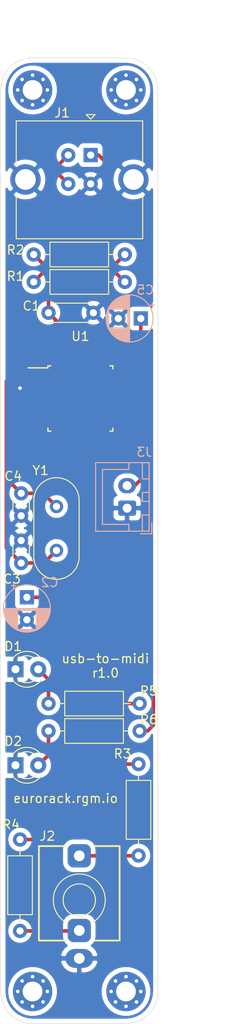
<source format=kicad_pcb>
(kicad_pcb (version 20171130) (host pcbnew 5.99.0+really5.1.12+dfsg1-1)

  (general
    (thickness 1.6)
    (drawings 12)
    (tracks 115)
    (zones 0)
    (modules 22)
    (nets 18)
  )

  (page A4)
  (title_block
    (title usb-to-midi)
    (date 2021-12-13)
    (rev 1.0)
  )

  (layers
    (0 F.Cu signal)
    (31 B.Cu signal)
    (32 B.Adhes user)
    (33 F.Adhes user)
    (34 B.Paste user)
    (35 F.Paste user)
    (36 B.SilkS user)
    (37 F.SilkS user)
    (38 B.Mask user)
    (39 F.Mask user)
    (40 Dwgs.User user)
    (41 Cmts.User user)
    (42 Eco1.User user)
    (43 Eco2.User user)
    (44 Edge.Cuts user)
    (45 Margin user)
    (46 B.CrtYd user)
    (47 F.CrtYd user)
    (48 B.Fab user hide)
    (49 F.Fab user hide)
  )

  (setup
    (last_trace_width 0.4)
    (trace_clearance 0.2)
    (zone_clearance 0.508)
    (zone_45_only no)
    (trace_min 0.2)
    (via_size 0.8)
    (via_drill 0.4)
    (via_min_size 0.4)
    (via_min_drill 0.3)
    (uvia_size 0.3)
    (uvia_drill 0.1)
    (uvias_allowed no)
    (uvia_min_size 0.2)
    (uvia_min_drill 0.1)
    (edge_width 0.05)
    (segment_width 0.2)
    (pcb_text_width 0.3)
    (pcb_text_size 1.5 1.5)
    (mod_edge_width 0.12)
    (mod_text_size 1 1)
    (mod_text_width 0.15)
    (pad_size 1.524 1.524)
    (pad_drill 0.762)
    (pad_to_mask_clearance 0)
    (aux_axis_origin 143.764 147.447)
    (visible_elements FFFFFF7F)
    (pcbplotparams
      (layerselection 0x010fc_ffffffff)
      (usegerberextensions true)
      (usegerberattributes false)
      (usegerberadvancedattributes false)
      (creategerberjobfile false)
      (excludeedgelayer true)
      (linewidth 0.100000)
      (plotframeref false)
      (viasonmask false)
      (mode 1)
      (useauxorigin false)
      (hpglpennumber 1)
      (hpglpenspeed 20)
      (hpglpendiameter 15.000000)
      (psnegative false)
      (psa4output false)
      (plotreference true)
      (plotvalue false)
      (plotinvisibletext false)
      (padsonsilk false)
      (subtractmaskfromsilk true)
      (outputformat 1)
      (mirror false)
      (drillshape 0)
      (scaleselection 1)
      (outputdirectory "gerber/"))
  )

  (net 0 "")
  (net 1 GND)
  (net 2 +5V)
  (net 3 "Net-(C3-Pad1)")
  (net 4 "Net-(C4-Pad1)")
  (net 5 "Net-(C5-Pad1)")
  (net 6 "Net-(D1-Pad2)")
  (net 7 "Net-(D2-Pad2)")
  (net 8 /USB_CONN_D-)
  (net 9 /USB_CONN_D+)
  (net 10 "Net-(J2-PadT)")
  (net 11 "Net-(J2-PadR)")
  (net 12 dw)
  (net 13 USB_D+)
  (net 14 USB_D-)
  (net 15 UART_TX)
  (net 16 LED1)
  (net 17 LED2)

  (net_class Default "This is the default net class."
    (clearance 0.2)
    (trace_width 0.4)
    (via_dia 0.8)
    (via_drill 0.4)
    (uvia_dia 0.3)
    (uvia_drill 0.1)
    (diff_pair_width 0.4)
    (diff_pair_gap 0.25)
    (add_net +5V)
    (add_net /USB_CONN_D+)
    (add_net /USB_CONN_D-)
    (add_net GND)
    (add_net LED1)
    (add_net LED2)
    (add_net "Net-(C3-Pad1)")
    (add_net "Net-(C4-Pad1)")
    (add_net "Net-(C5-Pad1)")
    (add_net "Net-(D1-Pad2)")
    (add_net "Net-(D2-Pad2)")
    (add_net "Net-(J2-PadR)")
    (add_net "Net-(J2-PadT)")
    (add_net UART_TX)
    (add_net USB_D+)
    (add_net USB_D-)
    (add_net dw)
  )

  (module Connector_JST:JST_XH_B2B-XH-A_1x02_P2.50mm_Vertical (layer B.Cu) (tedit 5C28146C) (tstamp 6164B5EC)
    (at 157.861 90.17 90)
    (descr "JST XH series connector, B2B-XH-A (http://www.jst-mfg.com/product/pdf/eng/eXH.pdf), generated with kicad-footprint-generator")
    (tags "connector JST XH vertical")
    (path /61353B09)
    (fp_text reference J3 (at 6.223 1.905 180) (layer B.SilkS)
      (effects (font (size 1 1) (thickness 0.15)) (justify mirror))
    )
    (fp_text value "JST XH 1x2" (at 1.25 -4.6 90) (layer B.Fab)
      (effects (font (size 1 1) (thickness 0.15)) (justify mirror))
    )
    (fp_line (start -2.45 2.35) (end -2.45 -3.4) (layer B.Fab) (width 0.1))
    (fp_line (start -2.45 -3.4) (end 4.95 -3.4) (layer B.Fab) (width 0.1))
    (fp_line (start 4.95 -3.4) (end 4.95 2.35) (layer B.Fab) (width 0.1))
    (fp_line (start 4.95 2.35) (end -2.45 2.35) (layer B.Fab) (width 0.1))
    (fp_line (start -2.56 2.46) (end -2.56 -3.51) (layer B.SilkS) (width 0.12))
    (fp_line (start -2.56 -3.51) (end 5.06 -3.51) (layer B.SilkS) (width 0.12))
    (fp_line (start 5.06 -3.51) (end 5.06 2.46) (layer B.SilkS) (width 0.12))
    (fp_line (start 5.06 2.46) (end -2.56 2.46) (layer B.SilkS) (width 0.12))
    (fp_line (start -2.95 2.85) (end -2.95 -3.9) (layer B.CrtYd) (width 0.05))
    (fp_line (start -2.95 -3.9) (end 5.45 -3.9) (layer B.CrtYd) (width 0.05))
    (fp_line (start 5.45 -3.9) (end 5.45 2.85) (layer B.CrtYd) (width 0.05))
    (fp_line (start 5.45 2.85) (end -2.95 2.85) (layer B.CrtYd) (width 0.05))
    (fp_line (start -0.625 2.35) (end 0 1.35) (layer B.Fab) (width 0.1))
    (fp_line (start 0 1.35) (end 0.625 2.35) (layer B.Fab) (width 0.1))
    (fp_line (start 0.75 2.45) (end 0.75 1.7) (layer B.SilkS) (width 0.12))
    (fp_line (start 0.75 1.7) (end 1.75 1.7) (layer B.SilkS) (width 0.12))
    (fp_line (start 1.75 1.7) (end 1.75 2.45) (layer B.SilkS) (width 0.12))
    (fp_line (start 1.75 2.45) (end 0.75 2.45) (layer B.SilkS) (width 0.12))
    (fp_line (start -2.55 2.45) (end -2.55 1.7) (layer B.SilkS) (width 0.12))
    (fp_line (start -2.55 1.7) (end -0.75 1.7) (layer B.SilkS) (width 0.12))
    (fp_line (start -0.75 1.7) (end -0.75 2.45) (layer B.SilkS) (width 0.12))
    (fp_line (start -0.75 2.45) (end -2.55 2.45) (layer B.SilkS) (width 0.12))
    (fp_line (start 3.25 2.45) (end 3.25 1.7) (layer B.SilkS) (width 0.12))
    (fp_line (start 3.25 1.7) (end 5.05 1.7) (layer B.SilkS) (width 0.12))
    (fp_line (start 5.05 1.7) (end 5.05 2.45) (layer B.SilkS) (width 0.12))
    (fp_line (start 5.05 2.45) (end 3.25 2.45) (layer B.SilkS) (width 0.12))
    (fp_line (start -2.55 0.2) (end -1.8 0.2) (layer B.SilkS) (width 0.12))
    (fp_line (start -1.8 0.2) (end -1.8 -2.75) (layer B.SilkS) (width 0.12))
    (fp_line (start -1.8 -2.75) (end 1.25 -2.75) (layer B.SilkS) (width 0.12))
    (fp_line (start 5.05 0.2) (end 4.3 0.2) (layer B.SilkS) (width 0.12))
    (fp_line (start 4.3 0.2) (end 4.3 -2.75) (layer B.SilkS) (width 0.12))
    (fp_line (start 4.3 -2.75) (end 1.25 -2.75) (layer B.SilkS) (width 0.12))
    (fp_line (start -1.6 2.75) (end -2.85 2.75) (layer B.SilkS) (width 0.12))
    (fp_line (start -2.85 2.75) (end -2.85 1.5) (layer B.SilkS) (width 0.12))
    (fp_text user %R (at 6.223 1.905 180) (layer B.Fab)
      (effects (font (size 1 1) (thickness 0.15)) (justify mirror))
    )
    (pad 2 thru_hole oval (at 2.5 0 90) (size 1.7 2) (drill 1) (layers *.Cu *.Mask)
      (net 12 dw))
    (pad 1 thru_hole roundrect (at 0 0 90) (size 1.7 2) (drill 1) (layers *.Cu *.Mask) (roundrect_rratio 0.1470588235294118)
      (net 1 GND))
    (model ${KISYS3DMOD}/Connector_JST.3dshapes/JST_XH_B2B-XH-A_1x02_P2.50mm_Vertical.wrl
      (at (xyz 0 0 0))
      (scale (xyz 1 1 1))
      (rotate (xyz 0 0 0))
    )
  )

  (module MountingHole:MountingHole_2.2mm_M2_Pad_Via (layer F.Cu) (tedit 56DDB9C7) (tstamp 6164B57A)
    (at 157.734 143.891)
    (descr "Mounting Hole 2.2mm, M2")
    (tags "mounting hole 2.2mm m2")
    (path /62697C53)
    (attr virtual)
    (fp_text reference H4 (at 0 -3.2) (layer F.SilkS) hide
      (effects (font (size 1 1) (thickness 0.15)))
    )
    (fp_text value MountingHole (at 0 3.2) (layer F.Fab)
      (effects (font (size 1 1) (thickness 0.15)))
    )
    (fp_circle (center 0 0) (end 2.2 0) (layer Cmts.User) (width 0.15))
    (fp_circle (center 0 0) (end 2.45 0) (layer F.CrtYd) (width 0.05))
    (fp_text user %R (at 0.3 0) (layer F.Fab)
      (effects (font (size 1 1) (thickness 0.15)))
    )
    (pad 1 thru_hole circle (at 1.166726 -1.166726) (size 0.7 0.7) (drill 0.4) (layers *.Cu *.Mask))
    (pad 1 thru_hole circle (at 0 -1.65) (size 0.7 0.7) (drill 0.4) (layers *.Cu *.Mask))
    (pad 1 thru_hole circle (at -1.166726 -1.166726) (size 0.7 0.7) (drill 0.4) (layers *.Cu *.Mask))
    (pad 1 thru_hole circle (at -1.65 0) (size 0.7 0.7) (drill 0.4) (layers *.Cu *.Mask))
    (pad 1 thru_hole circle (at -1.166726 1.166726) (size 0.7 0.7) (drill 0.4) (layers *.Cu *.Mask))
    (pad 1 thru_hole circle (at 0 1.65) (size 0.7 0.7) (drill 0.4) (layers *.Cu *.Mask))
    (pad 1 thru_hole circle (at 1.166726 1.166726) (size 0.7 0.7) (drill 0.4) (layers *.Cu *.Mask))
    (pad 1 thru_hole circle (at 1.65 0) (size 0.7 0.7) (drill 0.4) (layers *.Cu *.Mask))
    (pad 1 thru_hole circle (at 0 0) (size 4.4 4.4) (drill 2.2) (layers *.Cu *.Mask))
  )

  (module MountingHole:MountingHole_2.2mm_M2_Pad_Via (layer F.Cu) (tedit 56DDB9C7) (tstamp 6164B572)
    (at 147.32 143.891)
    (descr "Mounting Hole 2.2mm, M2")
    (tags "mounting hole 2.2mm m2")
    (path /62697384)
    (attr virtual)
    (fp_text reference H3 (at 0 -3.2) (layer F.SilkS) hide
      (effects (font (size 1 1) (thickness 0.15)))
    )
    (fp_text value MountingHole (at 0 3.2) (layer F.Fab)
      (effects (font (size 1 1) (thickness 0.15)))
    )
    (fp_circle (center 0 0) (end 2.2 0) (layer Cmts.User) (width 0.15))
    (fp_circle (center 0 0) (end 2.45 0) (layer F.CrtYd) (width 0.05))
    (fp_text user %R (at 0.3 0) (layer F.Fab)
      (effects (font (size 1 1) (thickness 0.15)))
    )
    (pad 1 thru_hole circle (at 1.166726 -1.166726) (size 0.7 0.7) (drill 0.4) (layers *.Cu *.Mask))
    (pad 1 thru_hole circle (at 0 -1.65) (size 0.7 0.7) (drill 0.4) (layers *.Cu *.Mask))
    (pad 1 thru_hole circle (at -1.166726 -1.166726) (size 0.7 0.7) (drill 0.4) (layers *.Cu *.Mask))
    (pad 1 thru_hole circle (at -1.65 0) (size 0.7 0.7) (drill 0.4) (layers *.Cu *.Mask))
    (pad 1 thru_hole circle (at -1.166726 1.166726) (size 0.7 0.7) (drill 0.4) (layers *.Cu *.Mask))
    (pad 1 thru_hole circle (at 0 1.65) (size 0.7 0.7) (drill 0.4) (layers *.Cu *.Mask))
    (pad 1 thru_hole circle (at 1.166726 1.166726) (size 0.7 0.7) (drill 0.4) (layers *.Cu *.Mask))
    (pad 1 thru_hole circle (at 1.65 0) (size 0.7 0.7) (drill 0.4) (layers *.Cu *.Mask))
    (pad 1 thru_hole circle (at 0 0) (size 4.4 4.4) (drill 2.2) (layers *.Cu *.Mask))
  )

  (module MountingHole:MountingHole_2.2mm_M2_Pad_Via (layer F.Cu) (tedit 56DDB9C7) (tstamp 6164B56A)
    (at 157.734 43.688)
    (descr "Mounting Hole 2.2mm, M2")
    (tags "mounting hole 2.2mm m2")
    (path /62696A3B)
    (attr virtual)
    (fp_text reference H2 (at 0 -3.2) (layer F.SilkS) hide
      (effects (font (size 1 1) (thickness 0.15)))
    )
    (fp_text value MountingHole (at 0 3.2) (layer F.Fab)
      (effects (font (size 1 1) (thickness 0.15)))
    )
    (fp_circle (center 0 0) (end 2.2 0) (layer Cmts.User) (width 0.15))
    (fp_circle (center 0 0) (end 2.45 0) (layer F.CrtYd) (width 0.05))
    (fp_text user %R (at 0.3 0) (layer F.Fab)
      (effects (font (size 1 1) (thickness 0.15)))
    )
    (pad 1 thru_hole circle (at 1.166726 -1.166726) (size 0.7 0.7) (drill 0.4) (layers *.Cu *.Mask))
    (pad 1 thru_hole circle (at 0 -1.65) (size 0.7 0.7) (drill 0.4) (layers *.Cu *.Mask))
    (pad 1 thru_hole circle (at -1.166726 -1.166726) (size 0.7 0.7) (drill 0.4) (layers *.Cu *.Mask))
    (pad 1 thru_hole circle (at -1.65 0) (size 0.7 0.7) (drill 0.4) (layers *.Cu *.Mask))
    (pad 1 thru_hole circle (at -1.166726 1.166726) (size 0.7 0.7) (drill 0.4) (layers *.Cu *.Mask))
    (pad 1 thru_hole circle (at 0 1.65) (size 0.7 0.7) (drill 0.4) (layers *.Cu *.Mask))
    (pad 1 thru_hole circle (at 1.166726 1.166726) (size 0.7 0.7) (drill 0.4) (layers *.Cu *.Mask))
    (pad 1 thru_hole circle (at 1.65 0) (size 0.7 0.7) (drill 0.4) (layers *.Cu *.Mask))
    (pad 1 thru_hole circle (at 0 0) (size 4.4 4.4) (drill 2.2) (layers *.Cu *.Mask))
  )

  (module MountingHole:MountingHole_2.2mm_M2_Pad_Via (layer F.Cu) (tedit 56DDB9C7) (tstamp 6164B562)
    (at 147.32 43.688)
    (descr "Mounting Hole 2.2mm, M2")
    (tags "mounting hole 2.2mm m2")
    (path /626864A3)
    (attr virtual)
    (fp_text reference H1 (at 0 -3.2) (layer F.SilkS) hide
      (effects (font (size 1 1) (thickness 0.15)))
    )
    (fp_text value MountingHole (at 0 3.2) (layer F.Fab)
      (effects (font (size 1 1) (thickness 0.15)))
    )
    (fp_circle (center 0 0) (end 2.2 0) (layer Cmts.User) (width 0.15))
    (fp_circle (center 0 0) (end 2.45 0) (layer F.CrtYd) (width 0.05))
    (fp_text user %R (at 0.3 0) (layer F.Fab)
      (effects (font (size 1 1) (thickness 0.15)))
    )
    (pad 1 thru_hole circle (at 1.166726 -1.166726) (size 0.7 0.7) (drill 0.4) (layers *.Cu *.Mask))
    (pad 1 thru_hole circle (at 0 -1.65) (size 0.7 0.7) (drill 0.4) (layers *.Cu *.Mask))
    (pad 1 thru_hole circle (at -1.166726 -1.166726) (size 0.7 0.7) (drill 0.4) (layers *.Cu *.Mask))
    (pad 1 thru_hole circle (at -1.65 0) (size 0.7 0.7) (drill 0.4) (layers *.Cu *.Mask))
    (pad 1 thru_hole circle (at -1.166726 1.166726) (size 0.7 0.7) (drill 0.4) (layers *.Cu *.Mask))
    (pad 1 thru_hole circle (at 0 1.65) (size 0.7 0.7) (drill 0.4) (layers *.Cu *.Mask))
    (pad 1 thru_hole circle (at 1.166726 1.166726) (size 0.7 0.7) (drill 0.4) (layers *.Cu *.Mask))
    (pad 1 thru_hole circle (at 1.65 0) (size 0.7 0.7) (drill 0.4) (layers *.Cu *.Mask))
    (pad 1 thru_hole circle (at 0 0) (size 4.4 4.4) (drill 2.2) (layers *.Cu *.Mask))
  )

  (module Capacitor_THT:C_Disc_D4.3mm_W1.9mm_P5.00mm (layer F.Cu) (tedit 5AE50EF0) (tstamp 6164B47D)
    (at 149.098 68.453)
    (descr "C, Disc series, Radial, pin pitch=5.00mm, , diameter*width=4.3*1.9mm^2, Capacitor, http://www.vishay.com/docs/45233/krseries.pdf")
    (tags "C Disc series Radial pin pitch 5.00mm  diameter 4.3mm width 1.9mm Capacitor")
    (path /616F1A22)
    (fp_text reference C1 (at -1.905 -0.762) (layer F.SilkS)
      (effects (font (size 1 1) (thickness 0.15)))
    )
    (fp_text value 100n (at 2.5 2.2) (layer F.Fab)
      (effects (font (size 1 1) (thickness 0.15)))
    )
    (fp_line (start 0.35 -0.95) (end 0.35 0.95) (layer F.Fab) (width 0.1))
    (fp_line (start 0.35 0.95) (end 4.65 0.95) (layer F.Fab) (width 0.1))
    (fp_line (start 4.65 0.95) (end 4.65 -0.95) (layer F.Fab) (width 0.1))
    (fp_line (start 4.65 -0.95) (end 0.35 -0.95) (layer F.Fab) (width 0.1))
    (fp_line (start 0.23 -1.07) (end 4.77 -1.07) (layer F.SilkS) (width 0.12))
    (fp_line (start 0.23 1.07) (end 4.77 1.07) (layer F.SilkS) (width 0.12))
    (fp_line (start 0.23 -1.07) (end 0.23 -1.055) (layer F.SilkS) (width 0.12))
    (fp_line (start 0.23 1.055) (end 0.23 1.07) (layer F.SilkS) (width 0.12))
    (fp_line (start 4.77 -1.07) (end 4.77 -1.055) (layer F.SilkS) (width 0.12))
    (fp_line (start 4.77 1.055) (end 4.77 1.07) (layer F.SilkS) (width 0.12))
    (fp_line (start -1.05 -1.2) (end -1.05 1.2) (layer F.CrtYd) (width 0.05))
    (fp_line (start -1.05 1.2) (end 6.05 1.2) (layer F.CrtYd) (width 0.05))
    (fp_line (start 6.05 1.2) (end 6.05 -1.2) (layer F.CrtYd) (width 0.05))
    (fp_line (start 6.05 -1.2) (end -1.05 -1.2) (layer F.CrtYd) (width 0.05))
    (fp_text user %R (at 2.5 0) (layer F.Fab)
      (effects (font (size 0.86 0.86) (thickness 0.129)))
    )
    (pad 2 thru_hole circle (at 5 0) (size 1.6 1.6) (drill 0.8) (layers *.Cu *.Mask)
      (net 1 GND))
    (pad 1 thru_hole circle (at 0 0) (size 1.6 1.6) (drill 0.8) (layers *.Cu *.Mask)
      (net 2 +5V))
    (model ${KISYS3DMOD}/Capacitor_THT.3dshapes/C_Disc_D4.3mm_W1.9mm_P5.00mm.wrl
      (at (xyz 0 0 0))
      (scale (xyz 1 1 1))
      (rotate (xyz 0 0 0))
    )
  )

  (module Capacitor_THT:CP_Radial_D5.0mm_P2.50mm (layer B.Cu) (tedit 5AE50EF0) (tstamp 6164F386)
    (at 146.685 100.076 270)
    (descr "CP, Radial series, Radial, pin pitch=2.50mm, , diameter=5mm, Electrolytic Capacitor")
    (tags "CP Radial series Radial pin pitch 2.50mm  diameter 5mm Electrolytic Capacitor")
    (path /61688E09)
    (fp_text reference C2 (at -1.651 -2.54 180) (layer B.SilkS)
      (effects (font (size 1 1) (thickness 0.15)) (justify mirror))
    )
    (fp_text value 10u (at 1.25 -3.75 270) (layer B.Fab)
      (effects (font (size 1 1) (thickness 0.15)) (justify mirror))
    )
    (fp_line (start -1.304775 1.725) (end -1.304775 1.225) (layer B.SilkS) (width 0.12))
    (fp_line (start -1.554775 1.475) (end -1.054775 1.475) (layer B.SilkS) (width 0.12))
    (fp_line (start 3.851 0.284) (end 3.851 -0.284) (layer B.SilkS) (width 0.12))
    (fp_line (start 3.811 0.518) (end 3.811 -0.518) (layer B.SilkS) (width 0.12))
    (fp_line (start 3.771 0.677) (end 3.771 -0.677) (layer B.SilkS) (width 0.12))
    (fp_line (start 3.731 0.805) (end 3.731 -0.805) (layer B.SilkS) (width 0.12))
    (fp_line (start 3.691 0.915) (end 3.691 -0.915) (layer B.SilkS) (width 0.12))
    (fp_line (start 3.651 1.011) (end 3.651 -1.011) (layer B.SilkS) (width 0.12))
    (fp_line (start 3.611 1.098) (end 3.611 -1.098) (layer B.SilkS) (width 0.12))
    (fp_line (start 3.571 1.178) (end 3.571 -1.178) (layer B.SilkS) (width 0.12))
    (fp_line (start 3.531 -1.04) (end 3.531 -1.251) (layer B.SilkS) (width 0.12))
    (fp_line (start 3.531 1.251) (end 3.531 1.04) (layer B.SilkS) (width 0.12))
    (fp_line (start 3.491 -1.04) (end 3.491 -1.319) (layer B.SilkS) (width 0.12))
    (fp_line (start 3.491 1.319) (end 3.491 1.04) (layer B.SilkS) (width 0.12))
    (fp_line (start 3.451 -1.04) (end 3.451 -1.383) (layer B.SilkS) (width 0.12))
    (fp_line (start 3.451 1.383) (end 3.451 1.04) (layer B.SilkS) (width 0.12))
    (fp_line (start 3.411 -1.04) (end 3.411 -1.443) (layer B.SilkS) (width 0.12))
    (fp_line (start 3.411 1.443) (end 3.411 1.04) (layer B.SilkS) (width 0.12))
    (fp_line (start 3.371 -1.04) (end 3.371 -1.5) (layer B.SilkS) (width 0.12))
    (fp_line (start 3.371 1.5) (end 3.371 1.04) (layer B.SilkS) (width 0.12))
    (fp_line (start 3.331 -1.04) (end 3.331 -1.554) (layer B.SilkS) (width 0.12))
    (fp_line (start 3.331 1.554) (end 3.331 1.04) (layer B.SilkS) (width 0.12))
    (fp_line (start 3.291 -1.04) (end 3.291 -1.605) (layer B.SilkS) (width 0.12))
    (fp_line (start 3.291 1.605) (end 3.291 1.04) (layer B.SilkS) (width 0.12))
    (fp_line (start 3.251 -1.04) (end 3.251 -1.653) (layer B.SilkS) (width 0.12))
    (fp_line (start 3.251 1.653) (end 3.251 1.04) (layer B.SilkS) (width 0.12))
    (fp_line (start 3.211 -1.04) (end 3.211 -1.699) (layer B.SilkS) (width 0.12))
    (fp_line (start 3.211 1.699) (end 3.211 1.04) (layer B.SilkS) (width 0.12))
    (fp_line (start 3.171 -1.04) (end 3.171 -1.743) (layer B.SilkS) (width 0.12))
    (fp_line (start 3.171 1.743) (end 3.171 1.04) (layer B.SilkS) (width 0.12))
    (fp_line (start 3.131 -1.04) (end 3.131 -1.785) (layer B.SilkS) (width 0.12))
    (fp_line (start 3.131 1.785) (end 3.131 1.04) (layer B.SilkS) (width 0.12))
    (fp_line (start 3.091 -1.04) (end 3.091 -1.826) (layer B.SilkS) (width 0.12))
    (fp_line (start 3.091 1.826) (end 3.091 1.04) (layer B.SilkS) (width 0.12))
    (fp_line (start 3.051 -1.04) (end 3.051 -1.864) (layer B.SilkS) (width 0.12))
    (fp_line (start 3.051 1.864) (end 3.051 1.04) (layer B.SilkS) (width 0.12))
    (fp_line (start 3.011 -1.04) (end 3.011 -1.901) (layer B.SilkS) (width 0.12))
    (fp_line (start 3.011 1.901) (end 3.011 1.04) (layer B.SilkS) (width 0.12))
    (fp_line (start 2.971 -1.04) (end 2.971 -1.937) (layer B.SilkS) (width 0.12))
    (fp_line (start 2.971 1.937) (end 2.971 1.04) (layer B.SilkS) (width 0.12))
    (fp_line (start 2.931 -1.04) (end 2.931 -1.971) (layer B.SilkS) (width 0.12))
    (fp_line (start 2.931 1.971) (end 2.931 1.04) (layer B.SilkS) (width 0.12))
    (fp_line (start 2.891 -1.04) (end 2.891 -2.004) (layer B.SilkS) (width 0.12))
    (fp_line (start 2.891 2.004) (end 2.891 1.04) (layer B.SilkS) (width 0.12))
    (fp_line (start 2.851 -1.04) (end 2.851 -2.035) (layer B.SilkS) (width 0.12))
    (fp_line (start 2.851 2.035) (end 2.851 1.04) (layer B.SilkS) (width 0.12))
    (fp_line (start 2.811 -1.04) (end 2.811 -2.065) (layer B.SilkS) (width 0.12))
    (fp_line (start 2.811 2.065) (end 2.811 1.04) (layer B.SilkS) (width 0.12))
    (fp_line (start 2.771 -1.04) (end 2.771 -2.095) (layer B.SilkS) (width 0.12))
    (fp_line (start 2.771 2.095) (end 2.771 1.04) (layer B.SilkS) (width 0.12))
    (fp_line (start 2.731 -1.04) (end 2.731 -2.122) (layer B.SilkS) (width 0.12))
    (fp_line (start 2.731 2.122) (end 2.731 1.04) (layer B.SilkS) (width 0.12))
    (fp_line (start 2.691 -1.04) (end 2.691 -2.149) (layer B.SilkS) (width 0.12))
    (fp_line (start 2.691 2.149) (end 2.691 1.04) (layer B.SilkS) (width 0.12))
    (fp_line (start 2.651 -1.04) (end 2.651 -2.175) (layer B.SilkS) (width 0.12))
    (fp_line (start 2.651 2.175) (end 2.651 1.04) (layer B.SilkS) (width 0.12))
    (fp_line (start 2.611 -1.04) (end 2.611 -2.2) (layer B.SilkS) (width 0.12))
    (fp_line (start 2.611 2.2) (end 2.611 1.04) (layer B.SilkS) (width 0.12))
    (fp_line (start 2.571 -1.04) (end 2.571 -2.224) (layer B.SilkS) (width 0.12))
    (fp_line (start 2.571 2.224) (end 2.571 1.04) (layer B.SilkS) (width 0.12))
    (fp_line (start 2.531 -1.04) (end 2.531 -2.247) (layer B.SilkS) (width 0.12))
    (fp_line (start 2.531 2.247) (end 2.531 1.04) (layer B.SilkS) (width 0.12))
    (fp_line (start 2.491 -1.04) (end 2.491 -2.268) (layer B.SilkS) (width 0.12))
    (fp_line (start 2.491 2.268) (end 2.491 1.04) (layer B.SilkS) (width 0.12))
    (fp_line (start 2.451 -1.04) (end 2.451 -2.29) (layer B.SilkS) (width 0.12))
    (fp_line (start 2.451 2.29) (end 2.451 1.04) (layer B.SilkS) (width 0.12))
    (fp_line (start 2.411 -1.04) (end 2.411 -2.31) (layer B.SilkS) (width 0.12))
    (fp_line (start 2.411 2.31) (end 2.411 1.04) (layer B.SilkS) (width 0.12))
    (fp_line (start 2.371 -1.04) (end 2.371 -2.329) (layer B.SilkS) (width 0.12))
    (fp_line (start 2.371 2.329) (end 2.371 1.04) (layer B.SilkS) (width 0.12))
    (fp_line (start 2.331 -1.04) (end 2.331 -2.348) (layer B.SilkS) (width 0.12))
    (fp_line (start 2.331 2.348) (end 2.331 1.04) (layer B.SilkS) (width 0.12))
    (fp_line (start 2.291 -1.04) (end 2.291 -2.365) (layer B.SilkS) (width 0.12))
    (fp_line (start 2.291 2.365) (end 2.291 1.04) (layer B.SilkS) (width 0.12))
    (fp_line (start 2.251 -1.04) (end 2.251 -2.382) (layer B.SilkS) (width 0.12))
    (fp_line (start 2.251 2.382) (end 2.251 1.04) (layer B.SilkS) (width 0.12))
    (fp_line (start 2.211 -1.04) (end 2.211 -2.398) (layer B.SilkS) (width 0.12))
    (fp_line (start 2.211 2.398) (end 2.211 1.04) (layer B.SilkS) (width 0.12))
    (fp_line (start 2.171 -1.04) (end 2.171 -2.414) (layer B.SilkS) (width 0.12))
    (fp_line (start 2.171 2.414) (end 2.171 1.04) (layer B.SilkS) (width 0.12))
    (fp_line (start 2.131 -1.04) (end 2.131 -2.428) (layer B.SilkS) (width 0.12))
    (fp_line (start 2.131 2.428) (end 2.131 1.04) (layer B.SilkS) (width 0.12))
    (fp_line (start 2.091 -1.04) (end 2.091 -2.442) (layer B.SilkS) (width 0.12))
    (fp_line (start 2.091 2.442) (end 2.091 1.04) (layer B.SilkS) (width 0.12))
    (fp_line (start 2.051 -1.04) (end 2.051 -2.455) (layer B.SilkS) (width 0.12))
    (fp_line (start 2.051 2.455) (end 2.051 1.04) (layer B.SilkS) (width 0.12))
    (fp_line (start 2.011 -1.04) (end 2.011 -2.468) (layer B.SilkS) (width 0.12))
    (fp_line (start 2.011 2.468) (end 2.011 1.04) (layer B.SilkS) (width 0.12))
    (fp_line (start 1.971 -1.04) (end 1.971 -2.48) (layer B.SilkS) (width 0.12))
    (fp_line (start 1.971 2.48) (end 1.971 1.04) (layer B.SilkS) (width 0.12))
    (fp_line (start 1.93 -1.04) (end 1.93 -2.491) (layer B.SilkS) (width 0.12))
    (fp_line (start 1.93 2.491) (end 1.93 1.04) (layer B.SilkS) (width 0.12))
    (fp_line (start 1.89 -1.04) (end 1.89 -2.501) (layer B.SilkS) (width 0.12))
    (fp_line (start 1.89 2.501) (end 1.89 1.04) (layer B.SilkS) (width 0.12))
    (fp_line (start 1.85 -1.04) (end 1.85 -2.511) (layer B.SilkS) (width 0.12))
    (fp_line (start 1.85 2.511) (end 1.85 1.04) (layer B.SilkS) (width 0.12))
    (fp_line (start 1.81 -1.04) (end 1.81 -2.52) (layer B.SilkS) (width 0.12))
    (fp_line (start 1.81 2.52) (end 1.81 1.04) (layer B.SilkS) (width 0.12))
    (fp_line (start 1.77 -1.04) (end 1.77 -2.528) (layer B.SilkS) (width 0.12))
    (fp_line (start 1.77 2.528) (end 1.77 1.04) (layer B.SilkS) (width 0.12))
    (fp_line (start 1.73 -1.04) (end 1.73 -2.536) (layer B.SilkS) (width 0.12))
    (fp_line (start 1.73 2.536) (end 1.73 1.04) (layer B.SilkS) (width 0.12))
    (fp_line (start 1.69 -1.04) (end 1.69 -2.543) (layer B.SilkS) (width 0.12))
    (fp_line (start 1.69 2.543) (end 1.69 1.04) (layer B.SilkS) (width 0.12))
    (fp_line (start 1.65 -1.04) (end 1.65 -2.55) (layer B.SilkS) (width 0.12))
    (fp_line (start 1.65 2.55) (end 1.65 1.04) (layer B.SilkS) (width 0.12))
    (fp_line (start 1.61 -1.04) (end 1.61 -2.556) (layer B.SilkS) (width 0.12))
    (fp_line (start 1.61 2.556) (end 1.61 1.04) (layer B.SilkS) (width 0.12))
    (fp_line (start 1.57 -1.04) (end 1.57 -2.561) (layer B.SilkS) (width 0.12))
    (fp_line (start 1.57 2.561) (end 1.57 1.04) (layer B.SilkS) (width 0.12))
    (fp_line (start 1.53 -1.04) (end 1.53 -2.565) (layer B.SilkS) (width 0.12))
    (fp_line (start 1.53 2.565) (end 1.53 1.04) (layer B.SilkS) (width 0.12))
    (fp_line (start 1.49 -1.04) (end 1.49 -2.569) (layer B.SilkS) (width 0.12))
    (fp_line (start 1.49 2.569) (end 1.49 1.04) (layer B.SilkS) (width 0.12))
    (fp_line (start 1.45 2.573) (end 1.45 -2.573) (layer B.SilkS) (width 0.12))
    (fp_line (start 1.41 2.576) (end 1.41 -2.576) (layer B.SilkS) (width 0.12))
    (fp_line (start 1.37 2.578) (end 1.37 -2.578) (layer B.SilkS) (width 0.12))
    (fp_line (start 1.33 2.579) (end 1.33 -2.579) (layer B.SilkS) (width 0.12))
    (fp_line (start 1.29 2.58) (end 1.29 -2.58) (layer B.SilkS) (width 0.12))
    (fp_line (start 1.25 2.58) (end 1.25 -2.58) (layer B.SilkS) (width 0.12))
    (fp_line (start -0.633605 1.3375) (end -0.633605 0.8375) (layer B.Fab) (width 0.1))
    (fp_line (start -0.883605 1.0875) (end -0.383605 1.0875) (layer B.Fab) (width 0.1))
    (fp_circle (center 1.25 0) (end 4 0) (layer B.CrtYd) (width 0.05))
    (fp_circle (center 1.25 0) (end 3.87 0) (layer B.SilkS) (width 0.12))
    (fp_circle (center 1.25 0) (end 3.75 0) (layer B.Fab) (width 0.1))
    (fp_text user %R (at 1.25 0 270) (layer B.Fab)
      (effects (font (size 1 1) (thickness 0.15)) (justify mirror))
    )
    (pad 2 thru_hole circle (at 2.5 0 270) (size 1.6 1.6) (drill 0.8) (layers *.Cu *.Mask)
      (net 1 GND))
    (pad 1 thru_hole rect (at 0 0 270) (size 1.6 1.6) (drill 0.8) (layers *.Cu *.Mask)
      (net 2 +5V))
    (model ${KISYS3DMOD}/Capacitor_THT.3dshapes/CP_Radial_D5.0mm_P2.50mm.wrl
      (at (xyz 0 0 0))
      (scale (xyz 1 1 1))
      (rotate (xyz 0 0 0))
    )
  )

  (module Resistor_THT:R_Axial_DIN0207_L6.3mm_D2.5mm_P10.16mm_Horizontal (layer F.Cu) (tedit 5AE5139B) (tstamp 6164B61A)
    (at 157.607 61.976 180)
    (descr "Resistor, Axial_DIN0207 series, Axial, Horizontal, pin pitch=10.16mm, 0.25W = 1/4W, length*diameter=6.3*2.5mm^2, http://cdn-reichelt.de/documents/datenblatt/B400/1_4W%23YAG.pdf")
    (tags "Resistor Axial_DIN0207 series Axial Horizontal pin pitch 10.16mm 0.25W = 1/4W length 6.3mm diameter 2.5mm")
    (path /61460FA0)
    (fp_text reference R2 (at 12.192 0.508) (layer F.SilkS)
      (effects (font (size 1 1) (thickness 0.15)))
    )
    (fp_text value 22R (at 5.08 2.37) (layer F.Fab)
      (effects (font (size 1 1) (thickness 0.15)))
    )
    (fp_line (start 11.21 -1.5) (end -1.05 -1.5) (layer F.CrtYd) (width 0.05))
    (fp_line (start 11.21 1.5) (end 11.21 -1.5) (layer F.CrtYd) (width 0.05))
    (fp_line (start -1.05 1.5) (end 11.21 1.5) (layer F.CrtYd) (width 0.05))
    (fp_line (start -1.05 -1.5) (end -1.05 1.5) (layer F.CrtYd) (width 0.05))
    (fp_line (start 9.12 0) (end 8.35 0) (layer F.SilkS) (width 0.12))
    (fp_line (start 1.04 0) (end 1.81 0) (layer F.SilkS) (width 0.12))
    (fp_line (start 8.35 -1.37) (end 1.81 -1.37) (layer F.SilkS) (width 0.12))
    (fp_line (start 8.35 1.37) (end 8.35 -1.37) (layer F.SilkS) (width 0.12))
    (fp_line (start 1.81 1.37) (end 8.35 1.37) (layer F.SilkS) (width 0.12))
    (fp_line (start 1.81 -1.37) (end 1.81 1.37) (layer F.SilkS) (width 0.12))
    (fp_line (start 10.16 0) (end 8.23 0) (layer F.Fab) (width 0.1))
    (fp_line (start 0 0) (end 1.93 0) (layer F.Fab) (width 0.1))
    (fp_line (start 8.23 -1.25) (end 1.93 -1.25) (layer F.Fab) (width 0.1))
    (fp_line (start 8.23 1.25) (end 8.23 -1.25) (layer F.Fab) (width 0.1))
    (fp_line (start 1.93 1.25) (end 8.23 1.25) (layer F.Fab) (width 0.1))
    (fp_line (start 1.93 -1.25) (end 1.93 1.25) (layer F.Fab) (width 0.1))
    (fp_text user %R (at 5.08 0) (layer F.Fab)
      (effects (font (size 1 1) (thickness 0.15)))
    )
    (pad 2 thru_hole oval (at 10.16 0 180) (size 1.6 1.6) (drill 0.8) (layers *.Cu *.Mask)
      (net 8 /USB_CONN_D-))
    (pad 1 thru_hole circle (at 0 0 180) (size 1.6 1.6) (drill 0.8) (layers *.Cu *.Mask)
      (net 14 USB_D-))
    (model ${KISYS3DMOD}/Resistor_THT.3dshapes/R_Axial_DIN0207_L6.3mm_D2.5mm_P10.16mm_Horizontal.wrl
      (at (xyz 0 0 0))
      (scale (xyz 1 1 1))
      (rotate (xyz 0 0 0))
    )
  )

  (module Crystal:Crystal_HC49-U_Vertical (layer F.Cu) (tedit 5A1AD3B8) (tstamp 6164B6C4)
    (at 149.987 94.869 90)
    (descr "Crystal THT HC-49/U http://5hertz.com/pdfs/04404_D.pdf")
    (tags "THT crystalHC-49/U")
    (path /613A7694)
    (fp_text reference Y1 (at 8.89 -1.778 180) (layer F.SilkS)
      (effects (font (size 1 1) (thickness 0.15)))
    )
    (fp_text value 16mhz (at 2.44 3.525 90) (layer F.Fab)
      (effects (font (size 1 1) (thickness 0.15)))
    )
    (fp_line (start 8.4 -2.8) (end -3.5 -2.8) (layer F.CrtYd) (width 0.05))
    (fp_line (start 8.4 2.8) (end 8.4 -2.8) (layer F.CrtYd) (width 0.05))
    (fp_line (start -3.5 2.8) (end 8.4 2.8) (layer F.CrtYd) (width 0.05))
    (fp_line (start -3.5 -2.8) (end -3.5 2.8) (layer F.CrtYd) (width 0.05))
    (fp_line (start -0.685 2.525) (end 5.565 2.525) (layer F.SilkS) (width 0.12))
    (fp_line (start -0.685 -2.525) (end 5.565 -2.525) (layer F.SilkS) (width 0.12))
    (fp_line (start -0.56 2) (end 5.44 2) (layer F.Fab) (width 0.1))
    (fp_line (start -0.56 -2) (end 5.44 -2) (layer F.Fab) (width 0.1))
    (fp_line (start -0.685 2.325) (end 5.565 2.325) (layer F.Fab) (width 0.1))
    (fp_line (start -0.685 -2.325) (end 5.565 -2.325) (layer F.Fab) (width 0.1))
    (fp_arc (start 5.565 0) (end 5.565 -2.525) (angle 180) (layer F.SilkS) (width 0.12))
    (fp_arc (start -0.685 0) (end -0.685 -2.525) (angle -180) (layer F.SilkS) (width 0.12))
    (fp_arc (start 5.44 0) (end 5.44 -2) (angle 180) (layer F.Fab) (width 0.1))
    (fp_arc (start -0.56 0) (end -0.56 -2) (angle -180) (layer F.Fab) (width 0.1))
    (fp_arc (start 5.565 0) (end 5.565 -2.325) (angle 180) (layer F.Fab) (width 0.1))
    (fp_arc (start -0.685 0) (end -0.685 -2.325) (angle -180) (layer F.Fab) (width 0.1))
    (fp_text user %R (at 2.44 0 90) (layer F.Fab)
      (effects (font (size 1 1) (thickness 0.15)))
    )
    (pad 2 thru_hole circle (at 4.88 0 90) (size 1.5 1.5) (drill 0.8) (layers *.Cu *.Mask)
      (net 4 "Net-(C4-Pad1)"))
    (pad 1 thru_hole circle (at 0 0 90) (size 1.5 1.5) (drill 0.8) (layers *.Cu *.Mask)
      (net 3 "Net-(C3-Pad1)"))
    (model ${KISYS3DMOD}/Crystal.3dshapes/Crystal_HC49-U_Vertical.wrl
      (at (xyz 0 0 0))
      (scale (xyz 1 1 1))
      (rotate (xyz 0 0 0))
    )
  )

  (module eurorack:TQFP-32_7x7mm_P0.8mm_LongPads (layer F.Cu) (tedit 615C789A) (tstamp 6164B6AD)
    (at 152.654 77.978)
    (descr "32-Lead Plastic Thin Quad Flatpack (PT) - 7x7x1.0 mm Body, 2.00 mm [TQFP] (see Microchip Packaging Specification 00000049BS.pdf)")
    (tags "QFP 0.8")
    (path /616DB556)
    (attr smd)
    (fp_text reference U1 (at 0 -6.9088) (layer F.SilkS)
      (effects (font (size 1 1) (thickness 0.15)))
    )
    (fp_text value ATmega8U2-AU (at 0 6.9596) (layer F.Fab)
      (effects (font (size 1 1) (thickness 0.15)))
    )
    (fp_line (start -3.625 -3.4) (end -5.842 -3.4036) (layer F.SilkS) (width 0.15))
    (fp_line (start 3.625 -3.625) (end 3.3 -3.625) (layer F.SilkS) (width 0.15))
    (fp_line (start 3.625 3.625) (end 3.3 3.625) (layer F.SilkS) (width 0.15))
    (fp_line (start -3.625 3.625) (end -3.3 3.625) (layer F.SilkS) (width 0.15))
    (fp_line (start -3.625 -3.625) (end -3.3 -3.625) (layer F.SilkS) (width 0.15))
    (fp_line (start -3.625 3.625) (end -3.625 3.3) (layer F.SilkS) (width 0.15))
    (fp_line (start 3.625 3.625) (end 3.625 3.3) (layer F.SilkS) (width 0.15))
    (fp_line (start 3.625 -3.625) (end 3.625 -3.3) (layer F.SilkS) (width 0.15))
    (fp_line (start -3.625 -3.625) (end -3.625 -3.4) (layer F.SilkS) (width 0.15))
    (fp_line (start -6.1976 6.1976) (end 6.1976 6.1976) (layer F.CrtYd) (width 0.05))
    (fp_line (start -6.1976 -6.1976) (end 6.1976 -6.1976) (layer F.CrtYd) (width 0.05))
    (fp_line (start 6.1976 -6.1976) (end 6.1976 6.1976) (layer F.CrtYd) (width 0.05))
    (fp_line (start -6.1976 -6.1976) (end -6.1976 6.1976) (layer F.CrtYd) (width 0.05))
    (fp_line (start -3.5 -2.5) (end -2.5 -3.5) (layer F.Fab) (width 0.15))
    (fp_line (start -3.5 3.5) (end -3.5 -2.5) (layer F.Fab) (width 0.15))
    (fp_line (start 3.5 3.5) (end -3.5 3.5) (layer F.Fab) (width 0.15))
    (fp_line (start 3.5 -3.5) (end 3.5 3.5) (layer F.Fab) (width 0.15))
    (fp_line (start -2.5 -3.5) (end 3.5 -3.5) (layer F.Fab) (width 0.15))
    (fp_text user %R (at 0 0) (layer F.Fab)
      (effects (font (size 1 1) (thickness 0.15)))
    )
    (pad 32 smd rect (at -2.8 -4.75 90) (size 2.6 0.55) (layers F.Cu F.Paste F.Mask)
      (net 2 +5V))
    (pad 31 smd rect (at -2 -4.75 90) (size 2.6 0.55) (layers F.Cu F.Paste F.Mask)
      (net 2 +5V))
    (pad 30 smd rect (at -1.2 -4.75 90) (size 2.6 0.55) (layers F.Cu F.Paste F.Mask)
      (net 14 USB_D-))
    (pad 29 smd rect (at -0.4 -4.75 90) (size 2.6 0.55) (layers F.Cu F.Paste F.Mask)
      (net 13 USB_D+))
    (pad 28 smd rect (at 0.4 -4.75 90) (size 2.6 0.55) (layers F.Cu F.Paste F.Mask)
      (net 1 GND))
    (pad 27 smd rect (at 1.2 -4.75 90) (size 2.6 0.55) (layers F.Cu F.Paste F.Mask)
      (net 5 "Net-(C5-Pad1)"))
    (pad 26 smd rect (at 2 -4.75 90) (size 2.6 0.55) (layers F.Cu F.Paste F.Mask))
    (pad 25 smd rect (at 2.8 -4.75 90) (size 2.6 0.55) (layers F.Cu F.Paste F.Mask))
    (pad 24 smd rect (at 4.75 -2.8) (size 2.6 0.55) (layers F.Cu F.Paste F.Mask)
      (net 12 dw))
    (pad 23 smd rect (at 4.75 -2) (size 2.6 0.55) (layers F.Cu F.Paste F.Mask))
    (pad 22 smd rect (at 4.75 -1.2) (size 2.6 0.55) (layers F.Cu F.Paste F.Mask))
    (pad 21 smd rect (at 4.75 -0.4) (size 2.6 0.55) (layers F.Cu F.Paste F.Mask))
    (pad 20 smd rect (at 4.75 0.4) (size 2.6 0.55) (layers F.Cu F.Paste F.Mask))
    (pad 19 smd rect (at 4.75 1.2) (size 2.6 0.55) (layers F.Cu F.Paste F.Mask))
    (pad 18 smd rect (at 4.75 2) (size 2.6 0.55) (layers F.Cu F.Paste F.Mask))
    (pad 17 smd rect (at 4.75 2.8) (size 2.6 0.55) (layers F.Cu F.Paste F.Mask))
    (pad 16 smd rect (at 2.8 4.75 90) (size 2.6 0.55) (layers F.Cu F.Paste F.Mask))
    (pad 15 smd rect (at 2 4.75 90) (size 2.6 0.55) (layers F.Cu F.Paste F.Mask))
    (pad 14 smd rect (at 1.2 4.75 90) (size 2.6 0.55) (layers F.Cu F.Paste F.Mask))
    (pad 13 smd rect (at 0.4 4.75 90) (size 2.6 0.55) (layers F.Cu F.Paste F.Mask))
    (pad 12 smd rect (at -0.4 4.75 90) (size 2.6 0.55) (layers F.Cu F.Paste F.Mask))
    (pad 11 smd rect (at -1.2 4.75 90) (size 2.6 0.55) (layers F.Cu F.Paste F.Mask)
      (net 17 LED2))
    (pad 10 smd rect (at -2 4.75 90) (size 2.6 0.55) (layers F.Cu F.Paste F.Mask)
      (net 16 LED1))
    (pad 9 smd rect (at -2.8 4.75 90) (size 2.6 0.55) (layers F.Cu F.Paste F.Mask)
      (net 15 UART_TX))
    (pad 8 smd rect (at -4.75 2.8) (size 2.6 0.55) (layers F.Cu F.Paste F.Mask))
    (pad 7 smd rect (at -4.75 2) (size 2.6 0.55) (layers F.Cu F.Paste F.Mask))
    (pad 6 smd rect (at -4.75 1.2) (size 2.6 0.55) (layers F.Cu F.Paste F.Mask))
    (pad 5 smd rect (at -4.75 0.4) (size 2.6 0.55) (layers F.Cu F.Paste F.Mask))
    (pad 4 smd rect (at -4.75 -0.4) (size 2.6 0.55) (layers F.Cu F.Paste F.Mask)
      (net 2 +5V))
    (pad 3 smd rect (at -4.75 -1.2) (size 2.6 0.55) (layers F.Cu F.Paste F.Mask)
      (net 1 GND))
    (pad 2 smd rect (at -4.75 -2) (size 2.6 0.55) (layers F.Cu F.Paste F.Mask)
      (net 4 "Net-(C4-Pad1)"))
    (pad 1 smd rect (at -4.75 -2.8) (size 2.6 0.55) (layers F.Cu F.Paste F.Mask)
      (net 3 "Net-(C3-Pad1)"))
    (model ${KISYS3DMOD}/Package_QFP.3dshapes/TQFP-32_7x7mm_P0.8mm.wrl
      (at (xyz 0 0 0))
      (scale (xyz 1 1 1))
      (rotate (xyz 0 0 0))
    )
  )

  (module Resistor_THT:R_Axial_DIN0207_L6.3mm_D2.5mm_P10.16mm_Horizontal (layer F.Cu) (tedit 5AE5139B) (tstamp 6164B676)
    (at 159.258 114.935 180)
    (descr "Resistor, Axial_DIN0207 series, Axial, Horizontal, pin pitch=10.16mm, 0.25W = 1/4W, length*diameter=6.3*2.5mm^2, http://cdn-reichelt.de/documents/datenblatt/B400/1_4W%23YAG.pdf")
    (tags "Resistor Axial_DIN0207 series Axial Horizontal pin pitch 10.16mm 0.25W = 1/4W length 6.3mm diameter 2.5mm")
    (path /61C770E0)
    (fp_text reference R6 (at -1.016 1.27) (layer F.SilkS)
      (effects (font (size 1 1) (thickness 0.15)))
    )
    (fp_text value 2k2 (at 5.08 2.37) (layer F.Fab)
      (effects (font (size 1 1) (thickness 0.15)))
    )
    (fp_line (start 11.21 -1.5) (end -1.05 -1.5) (layer F.CrtYd) (width 0.05))
    (fp_line (start 11.21 1.5) (end 11.21 -1.5) (layer F.CrtYd) (width 0.05))
    (fp_line (start -1.05 1.5) (end 11.21 1.5) (layer F.CrtYd) (width 0.05))
    (fp_line (start -1.05 -1.5) (end -1.05 1.5) (layer F.CrtYd) (width 0.05))
    (fp_line (start 9.12 0) (end 8.35 0) (layer F.SilkS) (width 0.12))
    (fp_line (start 1.04 0) (end 1.81 0) (layer F.SilkS) (width 0.12))
    (fp_line (start 8.35 -1.37) (end 1.81 -1.37) (layer F.SilkS) (width 0.12))
    (fp_line (start 8.35 1.37) (end 8.35 -1.37) (layer F.SilkS) (width 0.12))
    (fp_line (start 1.81 1.37) (end 8.35 1.37) (layer F.SilkS) (width 0.12))
    (fp_line (start 1.81 -1.37) (end 1.81 1.37) (layer F.SilkS) (width 0.12))
    (fp_line (start 10.16 0) (end 8.23 0) (layer F.Fab) (width 0.1))
    (fp_line (start 0 0) (end 1.93 0) (layer F.Fab) (width 0.1))
    (fp_line (start 8.23 -1.25) (end 1.93 -1.25) (layer F.Fab) (width 0.1))
    (fp_line (start 8.23 1.25) (end 8.23 -1.25) (layer F.Fab) (width 0.1))
    (fp_line (start 1.93 1.25) (end 8.23 1.25) (layer F.Fab) (width 0.1))
    (fp_line (start 1.93 -1.25) (end 1.93 1.25) (layer F.Fab) (width 0.1))
    (fp_text user %R (at 5.08 0) (layer F.Fab)
      (effects (font (size 1 1) (thickness 0.15)))
    )
    (pad 2 thru_hole oval (at 10.16 0 180) (size 1.6 1.6) (drill 0.8) (layers *.Cu *.Mask)
      (net 7 "Net-(D2-Pad2)"))
    (pad 1 thru_hole circle (at 0 0 180) (size 1.6 1.6) (drill 0.8) (layers *.Cu *.Mask)
      (net 17 LED2))
    (model ${KISYS3DMOD}/Resistor_THT.3dshapes/R_Axial_DIN0207_L6.3mm_D2.5mm_P10.16mm_Horizontal.wrl
      (at (xyz 0 0 0))
      (scale (xyz 1 1 1))
      (rotate (xyz 0 0 0))
    )
  )

  (module Resistor_THT:R_Axial_DIN0207_L6.3mm_D2.5mm_P10.16mm_Horizontal (layer F.Cu) (tedit 5AE5139B) (tstamp 6164B65F)
    (at 159.258 111.887 180)
    (descr "Resistor, Axial_DIN0207 series, Axial, Horizontal, pin pitch=10.16mm, 0.25W = 1/4W, length*diameter=6.3*2.5mm^2, http://cdn-reichelt.de/documents/datenblatt/B400/1_4W%23YAG.pdf")
    (tags "Resistor Axial_DIN0207 series Axial Horizontal pin pitch 10.16mm 0.25W = 1/4W length 6.3mm diameter 2.5mm")
    (path /61C76595)
    (fp_text reference R5 (at -1.016 1.397) (layer F.SilkS)
      (effects (font (size 1 1) (thickness 0.15)))
    )
    (fp_text value 2k2 (at 5.08 2.37) (layer F.Fab)
      (effects (font (size 1 1) (thickness 0.15)))
    )
    (fp_line (start 11.21 -1.5) (end -1.05 -1.5) (layer F.CrtYd) (width 0.05))
    (fp_line (start 11.21 1.5) (end 11.21 -1.5) (layer F.CrtYd) (width 0.05))
    (fp_line (start -1.05 1.5) (end 11.21 1.5) (layer F.CrtYd) (width 0.05))
    (fp_line (start -1.05 -1.5) (end -1.05 1.5) (layer F.CrtYd) (width 0.05))
    (fp_line (start 9.12 0) (end 8.35 0) (layer F.SilkS) (width 0.12))
    (fp_line (start 1.04 0) (end 1.81 0) (layer F.SilkS) (width 0.12))
    (fp_line (start 8.35 -1.37) (end 1.81 -1.37) (layer F.SilkS) (width 0.12))
    (fp_line (start 8.35 1.37) (end 8.35 -1.37) (layer F.SilkS) (width 0.12))
    (fp_line (start 1.81 1.37) (end 8.35 1.37) (layer F.SilkS) (width 0.12))
    (fp_line (start 1.81 -1.37) (end 1.81 1.37) (layer F.SilkS) (width 0.12))
    (fp_line (start 10.16 0) (end 8.23 0) (layer F.Fab) (width 0.1))
    (fp_line (start 0 0) (end 1.93 0) (layer F.Fab) (width 0.1))
    (fp_line (start 8.23 -1.25) (end 1.93 -1.25) (layer F.Fab) (width 0.1))
    (fp_line (start 8.23 1.25) (end 8.23 -1.25) (layer F.Fab) (width 0.1))
    (fp_line (start 1.93 1.25) (end 8.23 1.25) (layer F.Fab) (width 0.1))
    (fp_line (start 1.93 -1.25) (end 1.93 1.25) (layer F.Fab) (width 0.1))
    (fp_text user %R (at 5.08 0) (layer F.Fab)
      (effects (font (size 1 1) (thickness 0.15)))
    )
    (pad 2 thru_hole oval (at 10.16 0 180) (size 1.6 1.6) (drill 0.8) (layers *.Cu *.Mask)
      (net 6 "Net-(D1-Pad2)"))
    (pad 1 thru_hole circle (at 0 0 180) (size 1.6 1.6) (drill 0.8) (layers *.Cu *.Mask)
      (net 16 LED1))
    (model ${KISYS3DMOD}/Resistor_THT.3dshapes/R_Axial_DIN0207_L6.3mm_D2.5mm_P10.16mm_Horizontal.wrl
      (at (xyz 0 0 0))
      (scale (xyz 1 1 1))
      (rotate (xyz 0 0 0))
    )
  )

  (module Resistor_THT:R_Axial_DIN0207_L6.3mm_D2.5mm_P10.16mm_Horizontal (layer F.Cu) (tedit 5AE5139B) (tstamp 6164B648)
    (at 145.923 137.16 90)
    (descr "Resistor, Axial_DIN0207 series, Axial, Horizontal, pin pitch=10.16mm, 0.25W = 1/4W, length*diameter=6.3*2.5mm^2, http://cdn-reichelt.de/documents/datenblatt/B400/1_4W%23YAG.pdf")
    (tags "Resistor Axial_DIN0207 series Axial Horizontal pin pitch 10.16mm 0.25W = 1/4W length 6.3mm diameter 2.5mm")
    (path /616AD794)
    (fp_text reference R4 (at 11.811 -1.016 180) (layer F.SilkS)
      (effects (font (size 1 1) (thickness 0.15)))
    )
    (fp_text value 220R (at 5.08 2.37 90) (layer F.Fab)
      (effects (font (size 1 1) (thickness 0.15)))
    )
    (fp_line (start 11.21 -1.5) (end -1.05 -1.5) (layer F.CrtYd) (width 0.05))
    (fp_line (start 11.21 1.5) (end 11.21 -1.5) (layer F.CrtYd) (width 0.05))
    (fp_line (start -1.05 1.5) (end 11.21 1.5) (layer F.CrtYd) (width 0.05))
    (fp_line (start -1.05 -1.5) (end -1.05 1.5) (layer F.CrtYd) (width 0.05))
    (fp_line (start 9.12 0) (end 8.35 0) (layer F.SilkS) (width 0.12))
    (fp_line (start 1.04 0) (end 1.81 0) (layer F.SilkS) (width 0.12))
    (fp_line (start 8.35 -1.37) (end 1.81 -1.37) (layer F.SilkS) (width 0.12))
    (fp_line (start 8.35 1.37) (end 8.35 -1.37) (layer F.SilkS) (width 0.12))
    (fp_line (start 1.81 1.37) (end 8.35 1.37) (layer F.SilkS) (width 0.12))
    (fp_line (start 1.81 -1.37) (end 1.81 1.37) (layer F.SilkS) (width 0.12))
    (fp_line (start 10.16 0) (end 8.23 0) (layer F.Fab) (width 0.1))
    (fp_line (start 0 0) (end 1.93 0) (layer F.Fab) (width 0.1))
    (fp_line (start 8.23 -1.25) (end 1.93 -1.25) (layer F.Fab) (width 0.1))
    (fp_line (start 8.23 1.25) (end 8.23 -1.25) (layer F.Fab) (width 0.1))
    (fp_line (start 1.93 1.25) (end 8.23 1.25) (layer F.Fab) (width 0.1))
    (fp_line (start 1.93 -1.25) (end 1.93 1.25) (layer F.Fab) (width 0.1))
    (fp_text user %R (at 5.08 0 90) (layer F.Fab)
      (effects (font (size 1 1) (thickness 0.15)))
    )
    (pad 2 thru_hole oval (at 10.16 0 90) (size 1.6 1.6) (drill 0.8) (layers *.Cu *.Mask)
      (net 2 +5V))
    (pad 1 thru_hole circle (at 0 0 90) (size 1.6 1.6) (drill 0.8) (layers *.Cu *.Mask)
      (net 11 "Net-(J2-PadR)"))
    (model ${KISYS3DMOD}/Resistor_THT.3dshapes/R_Axial_DIN0207_L6.3mm_D2.5mm_P10.16mm_Horizontal.wrl
      (at (xyz 0 0 0))
      (scale (xyz 1 1 1))
      (rotate (xyz 0 0 0))
    )
  )

  (module Resistor_THT:R_Axial_DIN0207_L6.3mm_D2.5mm_P10.16mm_Horizontal (layer F.Cu) (tedit 5AE5139B) (tstamp 6164B631)
    (at 159.131 128.778 90)
    (descr "Resistor, Axial_DIN0207 series, Axial, Horizontal, pin pitch=10.16mm, 0.25W = 1/4W, length*diameter=6.3*2.5mm^2, http://cdn-reichelt.de/documents/datenblatt/B400/1_4W%23YAG.pdf")
    (tags "Resistor Axial_DIN0207 series Axial Horizontal pin pitch 10.16mm 0.25W = 1/4W length 6.3mm diameter 2.5mm")
    (path /616AC4DE)
    (fp_text reference R3 (at 11.303 -1.778 180) (layer F.SilkS)
      (effects (font (size 1 1) (thickness 0.15)))
    )
    (fp_text value 220R (at 5.08 2.37 90) (layer F.Fab)
      (effects (font (size 1 1) (thickness 0.15)))
    )
    (fp_line (start 11.21 -1.5) (end -1.05 -1.5) (layer F.CrtYd) (width 0.05))
    (fp_line (start 11.21 1.5) (end 11.21 -1.5) (layer F.CrtYd) (width 0.05))
    (fp_line (start -1.05 1.5) (end 11.21 1.5) (layer F.CrtYd) (width 0.05))
    (fp_line (start -1.05 -1.5) (end -1.05 1.5) (layer F.CrtYd) (width 0.05))
    (fp_line (start 9.12 0) (end 8.35 0) (layer F.SilkS) (width 0.12))
    (fp_line (start 1.04 0) (end 1.81 0) (layer F.SilkS) (width 0.12))
    (fp_line (start 8.35 -1.37) (end 1.81 -1.37) (layer F.SilkS) (width 0.12))
    (fp_line (start 8.35 1.37) (end 8.35 -1.37) (layer F.SilkS) (width 0.12))
    (fp_line (start 1.81 1.37) (end 8.35 1.37) (layer F.SilkS) (width 0.12))
    (fp_line (start 1.81 -1.37) (end 1.81 1.37) (layer F.SilkS) (width 0.12))
    (fp_line (start 10.16 0) (end 8.23 0) (layer F.Fab) (width 0.1))
    (fp_line (start 0 0) (end 1.93 0) (layer F.Fab) (width 0.1))
    (fp_line (start 8.23 -1.25) (end 1.93 -1.25) (layer F.Fab) (width 0.1))
    (fp_line (start 8.23 1.25) (end 8.23 -1.25) (layer F.Fab) (width 0.1))
    (fp_line (start 1.93 1.25) (end 8.23 1.25) (layer F.Fab) (width 0.1))
    (fp_line (start 1.93 -1.25) (end 1.93 1.25) (layer F.Fab) (width 0.1))
    (fp_text user %R (at 5.08 0 90) (layer F.Fab)
      (effects (font (size 1 1) (thickness 0.15)))
    )
    (pad 2 thru_hole oval (at 10.16 0 90) (size 1.6 1.6) (drill 0.8) (layers *.Cu *.Mask)
      (net 15 UART_TX))
    (pad 1 thru_hole circle (at 0 0 90) (size 1.6 1.6) (drill 0.8) (layers *.Cu *.Mask)
      (net 10 "Net-(J2-PadT)"))
    (model ${KISYS3DMOD}/Resistor_THT.3dshapes/R_Axial_DIN0207_L6.3mm_D2.5mm_P10.16mm_Horizontal.wrl
      (at (xyz 0 0 0))
      (scale (xyz 1 1 1))
      (rotate (xyz 0 0 0))
    )
  )

  (module Resistor_THT:R_Axial_DIN0207_L6.3mm_D2.5mm_P10.16mm_Horizontal (layer F.Cu) (tedit 5AE5139B) (tstamp 6164B603)
    (at 157.607 65.024 180)
    (descr "Resistor, Axial_DIN0207 series, Axial, Horizontal, pin pitch=10.16mm, 0.25W = 1/4W, length*diameter=6.3*2.5mm^2, http://cdn-reichelt.de/documents/datenblatt/B400/1_4W%23YAG.pdf")
    (tags "Resistor Axial_DIN0207 series Axial Horizontal pin pitch 10.16mm 0.25W = 1/4W length 6.3mm diameter 2.5mm")
    (path /6145FF1C)
    (fp_text reference R1 (at 12.192 0.635) (layer F.SilkS)
      (effects (font (size 1 1) (thickness 0.15)))
    )
    (fp_text value 22R (at 5.08 2.37) (layer F.Fab)
      (effects (font (size 1 1) (thickness 0.15)))
    )
    (fp_line (start 11.21 -1.5) (end -1.05 -1.5) (layer F.CrtYd) (width 0.05))
    (fp_line (start 11.21 1.5) (end 11.21 -1.5) (layer F.CrtYd) (width 0.05))
    (fp_line (start -1.05 1.5) (end 11.21 1.5) (layer F.CrtYd) (width 0.05))
    (fp_line (start -1.05 -1.5) (end -1.05 1.5) (layer F.CrtYd) (width 0.05))
    (fp_line (start 9.12 0) (end 8.35 0) (layer F.SilkS) (width 0.12))
    (fp_line (start 1.04 0) (end 1.81 0) (layer F.SilkS) (width 0.12))
    (fp_line (start 8.35 -1.37) (end 1.81 -1.37) (layer F.SilkS) (width 0.12))
    (fp_line (start 8.35 1.37) (end 8.35 -1.37) (layer F.SilkS) (width 0.12))
    (fp_line (start 1.81 1.37) (end 8.35 1.37) (layer F.SilkS) (width 0.12))
    (fp_line (start 1.81 -1.37) (end 1.81 1.37) (layer F.SilkS) (width 0.12))
    (fp_line (start 10.16 0) (end 8.23 0) (layer F.Fab) (width 0.1))
    (fp_line (start 0 0) (end 1.93 0) (layer F.Fab) (width 0.1))
    (fp_line (start 8.23 -1.25) (end 1.93 -1.25) (layer F.Fab) (width 0.1))
    (fp_line (start 8.23 1.25) (end 8.23 -1.25) (layer F.Fab) (width 0.1))
    (fp_line (start 1.93 1.25) (end 8.23 1.25) (layer F.Fab) (width 0.1))
    (fp_line (start 1.93 -1.25) (end 1.93 1.25) (layer F.Fab) (width 0.1))
    (fp_text user %R (at 5.08 0) (layer F.Fab)
      (effects (font (size 1 1) (thickness 0.15)))
    )
    (pad 2 thru_hole oval (at 10.16 0 180) (size 1.6 1.6) (drill 0.8) (layers *.Cu *.Mask)
      (net 9 /USB_CONN_D+))
    (pad 1 thru_hole circle (at 0 0 180) (size 1.6 1.6) (drill 0.8) (layers *.Cu *.Mask)
      (net 13 USB_D+))
    (model ${KISYS3DMOD}/Resistor_THT.3dshapes/R_Axial_DIN0207_L6.3mm_D2.5mm_P10.16mm_Horizontal.wrl
      (at (xyz 0 0 0))
      (scale (xyz 1 1 1))
      (rotate (xyz 0 0 0))
    )
  )

  (module eurorack:Jack_3.5mm_QingPu_WQP-PJ366ST_Vertical (layer F.Cu) (tedit 61549DC3) (tstamp 6164B5B9)
    (at 152.527 133.731)
    (descr "T-R-S Vertical mounting jack AKA WQP-WQP419GR, Stereo Thonkiconn")
    (tags "WQP-WQP419GR Thonkiconn")
    (path /616B61A2)
    (fp_text reference J2 (at -3.556 -7.112) (layer F.SilkS)
      (effects (font (size 1 1) (thickness 0.15)))
    )
    (fp_text value "Thonkiconn ST" (at 0 -5) (layer F.Fab)
      (effects (font (size 1 1) (thickness 0.15)))
    )
    (fp_line (start 5 -7.25) (end 5 7.58) (layer F.CrtYd) (width 0.05))
    (fp_line (start 4.5 -5.98) (end 4.5 4.42) (layer F.Fab) (width 0.1))
    (fp_line (start 4.5 4.5) (end 4.5 -6) (layer F.SilkS) (width 0.2))
    (fp_line (start -4.5 4.5) (end -4.5 -6) (layer F.SilkS) (width 0.2))
    (fp_circle (center 0 0) (end -1.5 0) (layer Dwgs.User) (width 0.12))
    (fp_line (start -0.09 -1.48) (end -1.48 -0.09) (layer Dwgs.User) (width 0.12))
    (fp_line (start 0.58 -1.35) (end -1.36 0.59) (layer Dwgs.User) (width 0.12))
    (fp_line (start 1.07 -1.01) (end -1.01 1.07) (layer Dwgs.User) (width 0.12))
    (fp_line (start 1.42 -0.395) (end -0.4 1.42) (layer Dwgs.User) (width 0.12))
    (fp_line (start 1.41 0.46) (end 0.46 1.41) (layer Dwgs.User) (width 0.12))
    (fp_line (start -4.5 -6) (end -1.6 -6) (layer F.SilkS) (width 0.2))
    (fp_line (start 1.6 -6) (end 4.5 -6) (layer F.SilkS) (width 0.2))
    (fp_line (start -4.5 4.5) (end -1.5 4.5) (layer F.SilkS) (width 0.2))
    (fp_line (start 1.5 4.5) (end 4.5 4.5) (layer F.SilkS) (width 0.2))
    (fp_circle (center 0 0) (end -1.8 0) (layer F.SilkS) (width 0.12))
    (fp_line (start -4.5 -5.98) (end -4.5 4.42) (layer F.Fab) (width 0.1))
    (fp_line (start -4.5 -5.98) (end 4.5 -5.98) (layer F.Fab) (width 0.1))
    (fp_line (start -5 -7.25) (end -5 7.58) (layer F.CrtYd) (width 0.05))
    (fp_line (start -5 -7.25) (end 5 -7.25) (layer F.CrtYd) (width 0.05))
    (fp_line (start -5 7.58) (end 5 7.58) (layer F.CrtYd) (width 0.05))
    (fp_line (start -4.5 4.47) (end 4.5 4.47) (layer F.Fab) (width 0.1))
    (fp_circle (center 0 0.02) (end -1.8 0.02) (layer F.Fab) (width 0.1))
    (fp_line (start 0 0) (end 0 -2.03) (layer F.Fab) (width 0.1))
    (fp_arc (start 0 0) (end 0 -2.895) (angle -153.4) (layer F.SilkS) (width 0.12))
    (fp_arc (start 0 0) (end 0 -2.895) (angle 153.4) (layer F.SilkS) (width 0.12))
    (fp_text user %R (at 0 -8) (layer F.Fab)
      (effects (font (size 1 1) (thickness 0.15)))
    )
    (fp_text user KEEPOUT (at 0 0 180) (layer Cmts.User)
      (effects (font (size 0.4 0.4) (thickness 0.051)))
    )
    (pad T thru_hole roundrect (at 0 -4.92) (size 2.6 2.6) (drill 1.2) (layers *.Cu *.Mask) (roundrect_rratio 0.25)
      (net 10 "Net-(J2-PadT)"))
    (pad S thru_hole oval (at 0 6.48) (size 3.1 2.1) (drill 1.2) (layers *.Cu *.Mask)
      (net 1 GND))
    (pad R thru_hole roundrect (at 0 3.38) (size 2.6 2.6) (drill 1.2) (layers *.Cu *.Mask) (roundrect_rratio 0.25)
      (net 11 "Net-(J2-PadR)"))
    (model ${KISYS3DMOD}/AudioJacks.3dshapes/PJ366ST.step
      (at (xyz 0 0 0))
      (scale (xyz 1 1 1))
      (rotate (xyz 0 0 0))
    )
    (model ${KISYS3DMOD}/AudioJacks.3dshapes/PJ366ST_Hex_nut.step
      (at (xyz 0 0 0))
      (scale (xyz 1 1 1))
      (rotate (xyz 0 0 0))
    )
    (model ${KISYS3DMOD}/AudioJacks.3dshapes/PJ366ST_Knurl_nut.step
      (at (xyz 0 0 0))
      (scale (xyz 1 1 1))
      (rotate (xyz 0 0 0))
    )
  )

  (module eurorack:USB_B_Vertical (layer F.Cu) (tedit 61549D96) (tstamp 6164B597)
    (at 153.797 50.927)
    (descr http://www.mouser.com/ds/2/418/NG_CD_5787834_A4-669110.pdf)
    (tags "USB_B USB B vertical female connector")
    (path /61C21FC1)
    (fp_text reference J1 (at -3.175 -4.699) (layer F.SilkS)
      (effects (font (size 1 1) (thickness 0.15)))
    )
    (fp_text value "USB Type B Vertical" (at -1.25 10.25) (layer F.Fab)
      (effects (font (size 1 1) (thickness 0.15)))
    )
    (fp_line (start 6.5 9.5) (end -9 9.5) (layer F.CrtYd) (width 0.05))
    (fp_line (start 6.5 9.5) (end 6.5 -4) (layer F.CrtYd) (width 0.05))
    (fp_line (start -9 -4) (end -9 9.5) (layer F.CrtYd) (width 0.05))
    (fp_line (start -9 -4) (end 6.5 -4) (layer F.CrtYd) (width 0.05))
    (fp_line (start -8.25 9.25) (end -8.25 -3.75) (layer F.Fab) (width 0.1))
    (fp_line (start 5.75 9.25) (end -8.25 9.25) (layer F.Fab) (width 0.1))
    (fp_line (start 5.75 -3) (end 5.75 9.25) (layer F.Fab) (width 0.1))
    (fp_line (start -8.25 -3.75) (end 5 -3.75) (layer F.Fab) (width 0.1))
    (fp_line (start 5 -3.75) (end 5.75 -3) (layer F.Fab) (width 0.1))
    (fp_line (start 0 -4) (end 0.5 -4.5) (layer F.SilkS) (width 0.12))
    (fp_line (start 0.5 -4.5) (end -0.5 -4.5) (layer F.SilkS) (width 0.12))
    (fp_line (start -0.5 -4.5) (end 0 -4) (layer F.SilkS) (width 0.12))
    (fp_line (start -8.3 -3.8) (end 5.8 -3.8) (layer F.SilkS) (width 0.12))
    (fp_line (start 5.8 -3.8) (end 5.8 1) (layer F.SilkS) (width 0.12))
    (fp_line (start 5.8 4.5) (end 5.8 9.3) (layer F.SilkS) (width 0.12))
    (fp_line (start 5.8 9.3) (end -8.3 9.3) (layer F.SilkS) (width 0.12))
    (fp_line (start -8.3 9.3) (end -8.3 4.5) (layer F.SilkS) (width 0.12))
    (fp_line (start -8.3 1) (end -8.3 -3.8) (layer F.SilkS) (width 0.12))
    (fp_text user %R (at -1.2 6.4) (layer F.Fab)
      (effects (font (size 1 1) (thickness 0.15)))
    )
    (pad 2 thru_hole circle (at -2.5 0) (size 1.6 1.6) (drill 0.8) (layers *.Cu *.Mask)
      (net 8 /USB_CONN_D-))
    (pad 5 thru_hole circle (at -7.27 2.71) (size 3.4 3.4) (drill 2.3) (layers *.Cu *.Mask)
      (net 1 GND))
    (pad 1 thru_hole rect (at 0 0) (size 1.6 1.6) (drill 0.8) (layers *.Cu *.Mask)
      (net 2 +5V))
    (pad 3 thru_hole circle (at -2.5 3.2) (size 1.6 1.6) (drill 0.8) (layers *.Cu *.Mask)
      (net 9 /USB_CONN_D+))
    (pad 4 thru_hole circle (at 0 3.2) (size 1.6 1.6) (drill 0.8) (layers *.Cu *.Mask)
      (net 1 GND))
    (pad 5 thru_hole circle (at 4.77 2.71) (size 3.4 3.4) (drill 2.3) (layers *.Cu *.Mask)
      (net 1 GND))
    (model ${KISYS3DMOD}/Connector_USB.3dshapes/USB_B_TE_5787834_Vertical.wrl
      (at (xyz 0 0 0))
      (scale (xyz 1 1 1))
      (rotate (xyz 0 0 0))
    )
  )

  (module LED_THT:LED_D3.0mm (layer F.Cu) (tedit 587A3A7B) (tstamp 6164B55A)
    (at 145.415 118.745)
    (descr "LED, diameter 3.0mm, 2 pins")
    (tags "LED diameter 3.0mm 2 pins")
    (path /61C75707)
    (fp_text reference D2 (at -0.254 -2.667) (layer F.SilkS)
      (effects (font (size 1 1) (thickness 0.15)))
    )
    (fp_text value "LED Green" (at 1.27 2.96) (layer F.Fab)
      (effects (font (size 1 1) (thickness 0.15)))
    )
    (fp_line (start 3.7 -2.25) (end -1.15 -2.25) (layer F.CrtYd) (width 0.05))
    (fp_line (start 3.7 2.25) (end 3.7 -2.25) (layer F.CrtYd) (width 0.05))
    (fp_line (start -1.15 2.25) (end 3.7 2.25) (layer F.CrtYd) (width 0.05))
    (fp_line (start -1.15 -2.25) (end -1.15 2.25) (layer F.CrtYd) (width 0.05))
    (fp_line (start -0.29 1.08) (end -0.29 1.236) (layer F.SilkS) (width 0.12))
    (fp_line (start -0.29 -1.236) (end -0.29 -1.08) (layer F.SilkS) (width 0.12))
    (fp_line (start -0.23 -1.16619) (end -0.23 1.16619) (layer F.Fab) (width 0.1))
    (fp_circle (center 1.27 0) (end 2.77 0) (layer F.Fab) (width 0.1))
    (fp_arc (start 1.27 0) (end 0.229039 1.08) (angle -87.9) (layer F.SilkS) (width 0.12))
    (fp_arc (start 1.27 0) (end 0.229039 -1.08) (angle 87.9) (layer F.SilkS) (width 0.12))
    (fp_arc (start 1.27 0) (end -0.29 1.235516) (angle -108.8) (layer F.SilkS) (width 0.12))
    (fp_arc (start 1.27 0) (end -0.29 -1.235516) (angle 108.8) (layer F.SilkS) (width 0.12))
    (fp_arc (start 1.27 0) (end -0.23 -1.16619) (angle 284.3) (layer F.Fab) (width 0.1))
    (pad 2 thru_hole circle (at 2.54 0) (size 1.8 1.8) (drill 0.9) (layers *.Cu *.Mask)
      (net 7 "Net-(D2-Pad2)"))
    (pad 1 thru_hole rect (at 0 0) (size 1.8 1.8) (drill 0.9) (layers *.Cu *.Mask)
      (net 1 GND))
    (model ${KISYS3DMOD}/LED_THT.3dshapes/LED_D3.0mm.wrl
      (at (xyz 0 0 0))
      (scale (xyz 1 1 1))
      (rotate (xyz 0 0 0))
    )
  )

  (module LED_THT:LED_D3.0mm (layer F.Cu) (tedit 587A3A7B) (tstamp 6164B547)
    (at 145.415 108.077)
    (descr "LED, diameter 3.0mm, 2 pins")
    (tags "LED diameter 3.0mm 2 pins")
    (path /61C74867)
    (fp_text reference D1 (at -0.254 -2.54) (layer F.SilkS)
      (effects (font (size 1 1) (thickness 0.15)))
    )
    (fp_text value "LED Red" (at 1.27 2.96) (layer F.Fab)
      (effects (font (size 1 1) (thickness 0.15)))
    )
    (fp_line (start 3.7 -2.25) (end -1.15 -2.25) (layer F.CrtYd) (width 0.05))
    (fp_line (start 3.7 2.25) (end 3.7 -2.25) (layer F.CrtYd) (width 0.05))
    (fp_line (start -1.15 2.25) (end 3.7 2.25) (layer F.CrtYd) (width 0.05))
    (fp_line (start -1.15 -2.25) (end -1.15 2.25) (layer F.CrtYd) (width 0.05))
    (fp_line (start -0.29 1.08) (end -0.29 1.236) (layer F.SilkS) (width 0.12))
    (fp_line (start -0.29 -1.236) (end -0.29 -1.08) (layer F.SilkS) (width 0.12))
    (fp_line (start -0.23 -1.16619) (end -0.23 1.16619) (layer F.Fab) (width 0.1))
    (fp_circle (center 1.27 0) (end 2.77 0) (layer F.Fab) (width 0.1))
    (fp_arc (start 1.27 0) (end 0.229039 1.08) (angle -87.9) (layer F.SilkS) (width 0.12))
    (fp_arc (start 1.27 0) (end 0.229039 -1.08) (angle 87.9) (layer F.SilkS) (width 0.12))
    (fp_arc (start 1.27 0) (end -0.29 1.235516) (angle -108.8) (layer F.SilkS) (width 0.12))
    (fp_arc (start 1.27 0) (end -0.29 -1.235516) (angle 108.8) (layer F.SilkS) (width 0.12))
    (fp_arc (start 1.27 0) (end -0.23 -1.16619) (angle 284.3) (layer F.Fab) (width 0.1))
    (pad 2 thru_hole circle (at 2.54 0) (size 1.8 1.8) (drill 0.9) (layers *.Cu *.Mask)
      (net 6 "Net-(D1-Pad2)"))
    (pad 1 thru_hole rect (at 0 0) (size 1.8 1.8) (drill 0.9) (layers *.Cu *.Mask)
      (net 1 GND))
    (model ${KISYS3DMOD}/LED_THT.3dshapes/LED_D3.0mm.wrl
      (at (xyz 0 0 0))
      (scale (xyz 1 1 1))
      (rotate (xyz 0 0 0))
    )
  )

  (module Capacitor_THT:CP_Radial_D5.0mm_P2.50mm (layer B.Cu) (tedit 5AE50EF0) (tstamp 6164B534)
    (at 159.385 69.088 180)
    (descr "CP, Radial series, Radial, pin pitch=2.50mm, , diameter=5mm, Electrolytic Capacitor")
    (tags "CP Radial series Radial pin pitch 2.50mm  diameter 5mm Electrolytic Capacitor")
    (path /61759049)
    (fp_text reference C5 (at -0.508 3.175 180) (layer B.SilkS)
      (effects (font (size 1 1) (thickness 0.15)) (justify mirror))
    )
    (fp_text value 1u (at 1.25 -3.75 180) (layer B.Fab)
      (effects (font (size 1 1) (thickness 0.15)) (justify mirror))
    )
    (fp_line (start -1.304775 1.725) (end -1.304775 1.225) (layer B.SilkS) (width 0.12))
    (fp_line (start -1.554775 1.475) (end -1.054775 1.475) (layer B.SilkS) (width 0.12))
    (fp_line (start 3.851 0.284) (end 3.851 -0.284) (layer B.SilkS) (width 0.12))
    (fp_line (start 3.811 0.518) (end 3.811 -0.518) (layer B.SilkS) (width 0.12))
    (fp_line (start 3.771 0.677) (end 3.771 -0.677) (layer B.SilkS) (width 0.12))
    (fp_line (start 3.731 0.805) (end 3.731 -0.805) (layer B.SilkS) (width 0.12))
    (fp_line (start 3.691 0.915) (end 3.691 -0.915) (layer B.SilkS) (width 0.12))
    (fp_line (start 3.651 1.011) (end 3.651 -1.011) (layer B.SilkS) (width 0.12))
    (fp_line (start 3.611 1.098) (end 3.611 -1.098) (layer B.SilkS) (width 0.12))
    (fp_line (start 3.571 1.178) (end 3.571 -1.178) (layer B.SilkS) (width 0.12))
    (fp_line (start 3.531 -1.04) (end 3.531 -1.251) (layer B.SilkS) (width 0.12))
    (fp_line (start 3.531 1.251) (end 3.531 1.04) (layer B.SilkS) (width 0.12))
    (fp_line (start 3.491 -1.04) (end 3.491 -1.319) (layer B.SilkS) (width 0.12))
    (fp_line (start 3.491 1.319) (end 3.491 1.04) (layer B.SilkS) (width 0.12))
    (fp_line (start 3.451 -1.04) (end 3.451 -1.383) (layer B.SilkS) (width 0.12))
    (fp_line (start 3.451 1.383) (end 3.451 1.04) (layer B.SilkS) (width 0.12))
    (fp_line (start 3.411 -1.04) (end 3.411 -1.443) (layer B.SilkS) (width 0.12))
    (fp_line (start 3.411 1.443) (end 3.411 1.04) (layer B.SilkS) (width 0.12))
    (fp_line (start 3.371 -1.04) (end 3.371 -1.5) (layer B.SilkS) (width 0.12))
    (fp_line (start 3.371 1.5) (end 3.371 1.04) (layer B.SilkS) (width 0.12))
    (fp_line (start 3.331 -1.04) (end 3.331 -1.554) (layer B.SilkS) (width 0.12))
    (fp_line (start 3.331 1.554) (end 3.331 1.04) (layer B.SilkS) (width 0.12))
    (fp_line (start 3.291 -1.04) (end 3.291 -1.605) (layer B.SilkS) (width 0.12))
    (fp_line (start 3.291 1.605) (end 3.291 1.04) (layer B.SilkS) (width 0.12))
    (fp_line (start 3.251 -1.04) (end 3.251 -1.653) (layer B.SilkS) (width 0.12))
    (fp_line (start 3.251 1.653) (end 3.251 1.04) (layer B.SilkS) (width 0.12))
    (fp_line (start 3.211 -1.04) (end 3.211 -1.699) (layer B.SilkS) (width 0.12))
    (fp_line (start 3.211 1.699) (end 3.211 1.04) (layer B.SilkS) (width 0.12))
    (fp_line (start 3.171 -1.04) (end 3.171 -1.743) (layer B.SilkS) (width 0.12))
    (fp_line (start 3.171 1.743) (end 3.171 1.04) (layer B.SilkS) (width 0.12))
    (fp_line (start 3.131 -1.04) (end 3.131 -1.785) (layer B.SilkS) (width 0.12))
    (fp_line (start 3.131 1.785) (end 3.131 1.04) (layer B.SilkS) (width 0.12))
    (fp_line (start 3.091 -1.04) (end 3.091 -1.826) (layer B.SilkS) (width 0.12))
    (fp_line (start 3.091 1.826) (end 3.091 1.04) (layer B.SilkS) (width 0.12))
    (fp_line (start 3.051 -1.04) (end 3.051 -1.864) (layer B.SilkS) (width 0.12))
    (fp_line (start 3.051 1.864) (end 3.051 1.04) (layer B.SilkS) (width 0.12))
    (fp_line (start 3.011 -1.04) (end 3.011 -1.901) (layer B.SilkS) (width 0.12))
    (fp_line (start 3.011 1.901) (end 3.011 1.04) (layer B.SilkS) (width 0.12))
    (fp_line (start 2.971 -1.04) (end 2.971 -1.937) (layer B.SilkS) (width 0.12))
    (fp_line (start 2.971 1.937) (end 2.971 1.04) (layer B.SilkS) (width 0.12))
    (fp_line (start 2.931 -1.04) (end 2.931 -1.971) (layer B.SilkS) (width 0.12))
    (fp_line (start 2.931 1.971) (end 2.931 1.04) (layer B.SilkS) (width 0.12))
    (fp_line (start 2.891 -1.04) (end 2.891 -2.004) (layer B.SilkS) (width 0.12))
    (fp_line (start 2.891 2.004) (end 2.891 1.04) (layer B.SilkS) (width 0.12))
    (fp_line (start 2.851 -1.04) (end 2.851 -2.035) (layer B.SilkS) (width 0.12))
    (fp_line (start 2.851 2.035) (end 2.851 1.04) (layer B.SilkS) (width 0.12))
    (fp_line (start 2.811 -1.04) (end 2.811 -2.065) (layer B.SilkS) (width 0.12))
    (fp_line (start 2.811 2.065) (end 2.811 1.04) (layer B.SilkS) (width 0.12))
    (fp_line (start 2.771 -1.04) (end 2.771 -2.095) (layer B.SilkS) (width 0.12))
    (fp_line (start 2.771 2.095) (end 2.771 1.04) (layer B.SilkS) (width 0.12))
    (fp_line (start 2.731 -1.04) (end 2.731 -2.122) (layer B.SilkS) (width 0.12))
    (fp_line (start 2.731 2.122) (end 2.731 1.04) (layer B.SilkS) (width 0.12))
    (fp_line (start 2.691 -1.04) (end 2.691 -2.149) (layer B.SilkS) (width 0.12))
    (fp_line (start 2.691 2.149) (end 2.691 1.04) (layer B.SilkS) (width 0.12))
    (fp_line (start 2.651 -1.04) (end 2.651 -2.175) (layer B.SilkS) (width 0.12))
    (fp_line (start 2.651 2.175) (end 2.651 1.04) (layer B.SilkS) (width 0.12))
    (fp_line (start 2.611 -1.04) (end 2.611 -2.2) (layer B.SilkS) (width 0.12))
    (fp_line (start 2.611 2.2) (end 2.611 1.04) (layer B.SilkS) (width 0.12))
    (fp_line (start 2.571 -1.04) (end 2.571 -2.224) (layer B.SilkS) (width 0.12))
    (fp_line (start 2.571 2.224) (end 2.571 1.04) (layer B.SilkS) (width 0.12))
    (fp_line (start 2.531 -1.04) (end 2.531 -2.247) (layer B.SilkS) (width 0.12))
    (fp_line (start 2.531 2.247) (end 2.531 1.04) (layer B.SilkS) (width 0.12))
    (fp_line (start 2.491 -1.04) (end 2.491 -2.268) (layer B.SilkS) (width 0.12))
    (fp_line (start 2.491 2.268) (end 2.491 1.04) (layer B.SilkS) (width 0.12))
    (fp_line (start 2.451 -1.04) (end 2.451 -2.29) (layer B.SilkS) (width 0.12))
    (fp_line (start 2.451 2.29) (end 2.451 1.04) (layer B.SilkS) (width 0.12))
    (fp_line (start 2.411 -1.04) (end 2.411 -2.31) (layer B.SilkS) (width 0.12))
    (fp_line (start 2.411 2.31) (end 2.411 1.04) (layer B.SilkS) (width 0.12))
    (fp_line (start 2.371 -1.04) (end 2.371 -2.329) (layer B.SilkS) (width 0.12))
    (fp_line (start 2.371 2.329) (end 2.371 1.04) (layer B.SilkS) (width 0.12))
    (fp_line (start 2.331 -1.04) (end 2.331 -2.348) (layer B.SilkS) (width 0.12))
    (fp_line (start 2.331 2.348) (end 2.331 1.04) (layer B.SilkS) (width 0.12))
    (fp_line (start 2.291 -1.04) (end 2.291 -2.365) (layer B.SilkS) (width 0.12))
    (fp_line (start 2.291 2.365) (end 2.291 1.04) (layer B.SilkS) (width 0.12))
    (fp_line (start 2.251 -1.04) (end 2.251 -2.382) (layer B.SilkS) (width 0.12))
    (fp_line (start 2.251 2.382) (end 2.251 1.04) (layer B.SilkS) (width 0.12))
    (fp_line (start 2.211 -1.04) (end 2.211 -2.398) (layer B.SilkS) (width 0.12))
    (fp_line (start 2.211 2.398) (end 2.211 1.04) (layer B.SilkS) (width 0.12))
    (fp_line (start 2.171 -1.04) (end 2.171 -2.414) (layer B.SilkS) (width 0.12))
    (fp_line (start 2.171 2.414) (end 2.171 1.04) (layer B.SilkS) (width 0.12))
    (fp_line (start 2.131 -1.04) (end 2.131 -2.428) (layer B.SilkS) (width 0.12))
    (fp_line (start 2.131 2.428) (end 2.131 1.04) (layer B.SilkS) (width 0.12))
    (fp_line (start 2.091 -1.04) (end 2.091 -2.442) (layer B.SilkS) (width 0.12))
    (fp_line (start 2.091 2.442) (end 2.091 1.04) (layer B.SilkS) (width 0.12))
    (fp_line (start 2.051 -1.04) (end 2.051 -2.455) (layer B.SilkS) (width 0.12))
    (fp_line (start 2.051 2.455) (end 2.051 1.04) (layer B.SilkS) (width 0.12))
    (fp_line (start 2.011 -1.04) (end 2.011 -2.468) (layer B.SilkS) (width 0.12))
    (fp_line (start 2.011 2.468) (end 2.011 1.04) (layer B.SilkS) (width 0.12))
    (fp_line (start 1.971 -1.04) (end 1.971 -2.48) (layer B.SilkS) (width 0.12))
    (fp_line (start 1.971 2.48) (end 1.971 1.04) (layer B.SilkS) (width 0.12))
    (fp_line (start 1.93 -1.04) (end 1.93 -2.491) (layer B.SilkS) (width 0.12))
    (fp_line (start 1.93 2.491) (end 1.93 1.04) (layer B.SilkS) (width 0.12))
    (fp_line (start 1.89 -1.04) (end 1.89 -2.501) (layer B.SilkS) (width 0.12))
    (fp_line (start 1.89 2.501) (end 1.89 1.04) (layer B.SilkS) (width 0.12))
    (fp_line (start 1.85 -1.04) (end 1.85 -2.511) (layer B.SilkS) (width 0.12))
    (fp_line (start 1.85 2.511) (end 1.85 1.04) (layer B.SilkS) (width 0.12))
    (fp_line (start 1.81 -1.04) (end 1.81 -2.52) (layer B.SilkS) (width 0.12))
    (fp_line (start 1.81 2.52) (end 1.81 1.04) (layer B.SilkS) (width 0.12))
    (fp_line (start 1.77 -1.04) (end 1.77 -2.528) (layer B.SilkS) (width 0.12))
    (fp_line (start 1.77 2.528) (end 1.77 1.04) (layer B.SilkS) (width 0.12))
    (fp_line (start 1.73 -1.04) (end 1.73 -2.536) (layer B.SilkS) (width 0.12))
    (fp_line (start 1.73 2.536) (end 1.73 1.04) (layer B.SilkS) (width 0.12))
    (fp_line (start 1.69 -1.04) (end 1.69 -2.543) (layer B.SilkS) (width 0.12))
    (fp_line (start 1.69 2.543) (end 1.69 1.04) (layer B.SilkS) (width 0.12))
    (fp_line (start 1.65 -1.04) (end 1.65 -2.55) (layer B.SilkS) (width 0.12))
    (fp_line (start 1.65 2.55) (end 1.65 1.04) (layer B.SilkS) (width 0.12))
    (fp_line (start 1.61 -1.04) (end 1.61 -2.556) (layer B.SilkS) (width 0.12))
    (fp_line (start 1.61 2.556) (end 1.61 1.04) (layer B.SilkS) (width 0.12))
    (fp_line (start 1.57 -1.04) (end 1.57 -2.561) (layer B.SilkS) (width 0.12))
    (fp_line (start 1.57 2.561) (end 1.57 1.04) (layer B.SilkS) (width 0.12))
    (fp_line (start 1.53 -1.04) (end 1.53 -2.565) (layer B.SilkS) (width 0.12))
    (fp_line (start 1.53 2.565) (end 1.53 1.04) (layer B.SilkS) (width 0.12))
    (fp_line (start 1.49 -1.04) (end 1.49 -2.569) (layer B.SilkS) (width 0.12))
    (fp_line (start 1.49 2.569) (end 1.49 1.04) (layer B.SilkS) (width 0.12))
    (fp_line (start 1.45 2.573) (end 1.45 -2.573) (layer B.SilkS) (width 0.12))
    (fp_line (start 1.41 2.576) (end 1.41 -2.576) (layer B.SilkS) (width 0.12))
    (fp_line (start 1.37 2.578) (end 1.37 -2.578) (layer B.SilkS) (width 0.12))
    (fp_line (start 1.33 2.579) (end 1.33 -2.579) (layer B.SilkS) (width 0.12))
    (fp_line (start 1.29 2.58) (end 1.29 -2.58) (layer B.SilkS) (width 0.12))
    (fp_line (start 1.25 2.58) (end 1.25 -2.58) (layer B.SilkS) (width 0.12))
    (fp_line (start -0.633605 1.3375) (end -0.633605 0.8375) (layer B.Fab) (width 0.1))
    (fp_line (start -0.883605 1.0875) (end -0.383605 1.0875) (layer B.Fab) (width 0.1))
    (fp_circle (center 1.25 0) (end 4 0) (layer B.CrtYd) (width 0.05))
    (fp_circle (center 1.25 0) (end 3.87 0) (layer B.SilkS) (width 0.12))
    (fp_circle (center 1.25 0) (end 3.75 0) (layer B.Fab) (width 0.1))
    (fp_text user %R (at 1.25 0 180) (layer B.Fab)
      (effects (font (size 1 1) (thickness 0.15)) (justify mirror))
    )
    (pad 2 thru_hole circle (at 2.5 0 180) (size 1.6 1.6) (drill 0.8) (layers *.Cu *.Mask)
      (net 1 GND))
    (pad 1 thru_hole rect (at 0 0 180) (size 1.6 1.6) (drill 0.8) (layers *.Cu *.Mask)
      (net 5 "Net-(C5-Pad1)"))
    (model ${KISYS3DMOD}/Capacitor_THT.3dshapes/CP_Radial_D5.0mm_P2.50mm.wrl
      (at (xyz 0 0 0))
      (scale (xyz 1 1 1))
      (rotate (xyz 0 0 0))
    )
  )

  (module Capacitor_THT:C_Disc_D3.0mm_W1.6mm_P2.50mm (layer F.Cu) (tedit 5AE50EF0) (tstamp 6164B4B0)
    (at 146.05 88.519 270)
    (descr "C, Disc series, Radial, pin pitch=2.50mm, , diameter*width=3.0*1.6mm^2, Capacitor, http://www.vishay.com/docs/45233/krseries.pdf")
    (tags "C Disc series Radial pin pitch 2.50mm  diameter 3.0mm width 1.6mm Capacitor")
    (path /613A9B72)
    (fp_text reference C4 (at -1.905 0.889 180) (layer F.SilkS)
      (effects (font (size 1 1) (thickness 0.15)))
    )
    (fp_text value 22p (at 1.25 2.05 90) (layer F.Fab)
      (effects (font (size 1 1) (thickness 0.15)))
    )
    (fp_line (start 3.55 -1.05) (end -1.05 -1.05) (layer F.CrtYd) (width 0.05))
    (fp_line (start 3.55 1.05) (end 3.55 -1.05) (layer F.CrtYd) (width 0.05))
    (fp_line (start -1.05 1.05) (end 3.55 1.05) (layer F.CrtYd) (width 0.05))
    (fp_line (start -1.05 -1.05) (end -1.05 1.05) (layer F.CrtYd) (width 0.05))
    (fp_line (start 0.621 0.92) (end 1.879 0.92) (layer F.SilkS) (width 0.12))
    (fp_line (start 0.621 -0.92) (end 1.879 -0.92) (layer F.SilkS) (width 0.12))
    (fp_line (start 2.75 -0.8) (end -0.25 -0.8) (layer F.Fab) (width 0.1))
    (fp_line (start 2.75 0.8) (end 2.75 -0.8) (layer F.Fab) (width 0.1))
    (fp_line (start -0.25 0.8) (end 2.75 0.8) (layer F.Fab) (width 0.1))
    (fp_line (start -0.25 -0.8) (end -0.25 0.8) (layer F.Fab) (width 0.1))
    (fp_text user %R (at 1.25 0 90) (layer F.Fab)
      (effects (font (size 0.6 0.6) (thickness 0.09)))
    )
    (pad 2 thru_hole circle (at 2.5 0 270) (size 1.6 1.6) (drill 0.8) (layers *.Cu *.Mask)
      (net 1 GND))
    (pad 1 thru_hole circle (at 0 0 270) (size 1.6 1.6) (drill 0.8) (layers *.Cu *.Mask)
      (net 4 "Net-(C4-Pad1)"))
    (model ${KISYS3DMOD}/Capacitor_THT.3dshapes/C_Disc_D3.0mm_W1.6mm_P2.50mm.wrl
      (at (xyz 0 0 0))
      (scale (xyz 1 1 1))
      (rotate (xyz 0 0 0))
    )
  )

  (module Capacitor_THT:C_Disc_D3.0mm_W1.6mm_P2.50mm (layer F.Cu) (tedit 5AE50EF0) (tstamp 6164B49F)
    (at 146.05 96.266 90)
    (descr "C, Disc series, Radial, pin pitch=2.50mm, , diameter*width=3.0*1.6mm^2, Capacitor, http://www.vishay.com/docs/45233/krseries.pdf")
    (tags "C Disc series Radial pin pitch 2.50mm  diameter 3.0mm width 1.6mm Capacitor")
    (path /613A8FA4)
    (fp_text reference C3 (at -1.778 -1.016 180) (layer F.SilkS)
      (effects (font (size 1 1) (thickness 0.15)))
    )
    (fp_text value 22p (at 1.25 2.05 90) (layer F.Fab)
      (effects (font (size 1 1) (thickness 0.15)))
    )
    (fp_line (start 3.55 -1.05) (end -1.05 -1.05) (layer F.CrtYd) (width 0.05))
    (fp_line (start 3.55 1.05) (end 3.55 -1.05) (layer F.CrtYd) (width 0.05))
    (fp_line (start -1.05 1.05) (end 3.55 1.05) (layer F.CrtYd) (width 0.05))
    (fp_line (start -1.05 -1.05) (end -1.05 1.05) (layer F.CrtYd) (width 0.05))
    (fp_line (start 0.621 0.92) (end 1.879 0.92) (layer F.SilkS) (width 0.12))
    (fp_line (start 0.621 -0.92) (end 1.879 -0.92) (layer F.SilkS) (width 0.12))
    (fp_line (start 2.75 -0.8) (end -0.25 -0.8) (layer F.Fab) (width 0.1))
    (fp_line (start 2.75 0.8) (end 2.75 -0.8) (layer F.Fab) (width 0.1))
    (fp_line (start -0.25 0.8) (end 2.75 0.8) (layer F.Fab) (width 0.1))
    (fp_line (start -0.25 -0.8) (end -0.25 0.8) (layer F.Fab) (width 0.1))
    (fp_text user %R (at 1.25 0 90) (layer F.Fab)
      (effects (font (size 0.6 0.6) (thickness 0.09)))
    )
    (pad 2 thru_hole circle (at 2.5 0 90) (size 1.6 1.6) (drill 0.8) (layers *.Cu *.Mask)
      (net 1 GND))
    (pad 1 thru_hole circle (at 0 0 90) (size 1.6 1.6) (drill 0.8) (layers *.Cu *.Mask)
      (net 3 "Net-(C3-Pad1)"))
    (model ${KISYS3DMOD}/Capacitor_THT.3dshapes/C_Disc_D3.0mm_W1.6mm_P2.50mm.wrl
      (at (xyz 0 0 0))
      (scale (xyz 1 1 1))
      (rotate (xyz 0 0 0))
    )
  )

  (dimension 107.315 (width 0.15) (layer Dwgs.User)
    (gr_text "107.315 mm" (at 167.543 93.7895 270) (layer Dwgs.User)
      (effects (font (size 1 1) (thickness 0.15)))
    )
    (feature1 (pts (xy 157.734 147.447) (xy 166.829421 147.447)))
    (feature2 (pts (xy 157.734 40.132) (xy 166.829421 40.132)))
    (crossbar (pts (xy 166.243 40.132) (xy 166.243 147.447)))
    (arrow1a (pts (xy 166.243 147.447) (xy 165.656579 146.320496)))
    (arrow1b (pts (xy 166.243 147.447) (xy 166.829421 146.320496)))
    (arrow2a (pts (xy 166.243 40.132) (xy 165.656579 41.258504)))
    (arrow2b (pts (xy 166.243 40.132) (xy 166.829421 41.258504)))
  )
  (dimension 17.526 (width 0.15) (layer Dwgs.User)
    (gr_text "17.526 mm" (at 152.527 34.387) (layer Dwgs.User)
      (effects (font (size 1 1) (thickness 0.15)))
    )
    (feature1 (pts (xy 161.29 43.688) (xy 161.29 35.100579)))
    (feature2 (pts (xy 143.764 43.688) (xy 143.764 35.100579)))
    (crossbar (pts (xy 143.764 35.687) (xy 161.29 35.687)))
    (arrow1a (pts (xy 161.29 35.687) (xy 160.163496 36.273421)))
    (arrow1b (pts (xy 161.29 35.687) (xy 160.163496 35.100579)))
    (arrow2a (pts (xy 143.764 35.687) (xy 144.890504 36.273421)))
    (arrow2b (pts (xy 143.764 35.687) (xy 144.890504 35.100579)))
  )
  (gr_text "usb-to-midi\nr1.0" (at 155.448 107.696) (layer F.SilkS)
    (effects (font (size 1 1) (thickness 0.15)))
  )
  (gr_text eurorack.rgm.io (at 151.003 122.428) (layer F.SilkS)
    (effects (font (size 1 1) (thickness 0.15)))
  )
  (gr_line (start 161.29 143.891) (end 161.29 43.688) (layer Edge.Cuts) (width 0.05) (tstamp 61B7E304))
  (gr_line (start 147.32 147.447) (end 157.734 147.447) (layer Edge.Cuts) (width 0.05) (tstamp 61B7E303))
  (gr_arc (start 157.734 143.891) (end 157.734 147.447) (angle -90) (layer Edge.Cuts) (width 0.05))
  (gr_line (start 143.764 143.891) (end 143.764 43.688) (layer Edge.Cuts) (width 0.05) (tstamp 61B7E2FA))
  (gr_arc (start 147.32 143.891) (end 143.764 143.891) (angle -90) (layer Edge.Cuts) (width 0.05))
  (gr_line (start 147.32 40.132) (end 157.734 40.132) (layer Edge.Cuts) (width 0.05) (tstamp 61B7E2DD))
  (gr_arc (start 157.734 43.688) (end 161.29 43.688) (angle -90) (layer Edge.Cuts) (width 0.05))
  (gr_arc (start 147.32 43.688) (end 147.32 40.132) (angle -90) (layer Edge.Cuts) (width 0.05))

  (segment (start 153.054 69.497) (end 154.098 68.453) (width 0.4) (layer F.Cu) (net 1))
  (segment (start 153.054 73.228) (end 153.054 69.497) (width 0.4) (layer F.Cu) (net 1))
  (via (at 145.923 76.835) (size 0.8) (drill 0.4) (layers F.Cu B.Cu) (net 1))
  (segment (start 145.98 76.778) (end 145.923 76.835) (width 0.4) (layer F.Cu) (net 1))
  (segment (start 147.904 76.778) (end 145.98 76.778) (width 0.4) (layer F.Cu) (net 1))
  (segment (start 154.686 50.927) (end 153.797 50.927) (width 0.4) (layer F.Cu) (net 2))
  (segment (start 155.702 51.943) (end 154.686 50.927) (width 0.4) (layer F.Cu) (net 2))
  (segment (start 155.702 56.642) (end 155.702 51.943) (width 0.4) (layer F.Cu) (net 2))
  (segment (start 151.674009 60.669991) (end 155.702 56.642) (width 0.4) (layer F.Cu) (net 2))
  (segment (start 151.674009 63.375153) (end 151.674009 60.669991) (width 0.4) (layer F.Cu) (net 2))
  (segment (start 149.098 65.951162) (end 151.674009 63.375153) (width 0.4) (layer F.Cu) (net 2))
  (segment (start 149.098 68.453) (end 149.098 65.951162) (width 0.4) (layer F.Cu) (net 2))
  (segment (start 149.854 69.209) (end 149.098 68.453) (width 0.4) (layer F.Cu) (net 2))
  (segment (start 149.854 73.228) (end 149.854 69.209) (width 0.4) (layer F.Cu) (net 2))
  (segment (start 150.654 70.009) (end 149.854 69.209) (width 0.4) (layer F.Cu) (net 2))
  (segment (start 150.654 73.228) (end 150.654 70.009) (width 0.4) (layer F.Cu) (net 2))
  (segment (start 149.606 100.076) (end 146.685 100.076) (width 0.4) (layer F.Cu) (net 2))
  (segment (start 147.904 77.578) (end 150.133 77.578) (width 0.4) (layer F.Cu) (net 2))
  (segment (start 150.133 77.578) (end 150.654 77.057) (width 0.4) (layer F.Cu) (net 2))
  (segment (start 150.654 77.057) (end 150.654 73.228) (width 0.4) (layer F.Cu) (net 2))
  (segment (start 153.035 96.647) (end 149.606 100.076) (width 0.4) (layer F.Cu) (net 2))
  (segment (start 153.035 88.605542) (end 153.035 96.647) (width 0.4) (layer F.Cu) (net 2))
  (segment (start 150.281458 85.852) (end 153.035 88.605542) (width 0.4) (layer F.Cu) (net 2))
  (segment (start 145.63401 82.51501) (end 148.971 85.852) (width 0.4) (layer F.Cu) (net 2))
  (segment (start 145.63401 78.39399) (end 145.63401 82.51501) (width 0.4) (layer F.Cu) (net 2))
  (segment (start 146.45 77.578) (end 145.63401 78.39399) (width 0.4) (layer F.Cu) (net 2))
  (segment (start 148.971 85.852) (end 150.281458 85.852) (width 0.4) (layer F.Cu) (net 2))
  (segment (start 147.904 77.578) (end 146.45 77.578) (width 0.4) (layer F.Cu) (net 2))
  (segment (start 147.955 127) (end 145.923 127) (width 0.4) (layer F.Cu) (net 2))
  (segment (start 153.035 121.92) (end 147.955 127) (width 0.4) (layer F.Cu) (net 2))
  (segment (start 153.035 103.505) (end 153.035 121.92) (width 0.4) (layer F.Cu) (net 2))
  (segment (start 149.606 100.076) (end 153.035 103.505) (width 0.4) (layer F.Cu) (net 2))
  (segment (start 144.399 94.615) (end 146.05 96.266) (width 0.4) (layer F.Cu) (net 3))
  (segment (start 144.399 76.073) (end 144.399 94.615) (width 0.4) (layer F.Cu) (net 3))
  (segment (start 145.294 75.178) (end 144.399 76.073) (width 0.4) (layer F.Cu) (net 3))
  (segment (start 147.904 75.178) (end 145.294 75.178) (width 0.4) (layer F.Cu) (net 3))
  (segment (start 148.59 96.266) (end 149.987 94.869) (width 0.4) (layer F.Cu) (net 3))
  (segment (start 146.05 96.266) (end 148.59 96.266) (width 0.4) (layer F.Cu) (net 3))
  (segment (start 145.034 87.503) (end 146.05 88.519) (width 0.4) (layer F.Cu) (net 4))
  (segment (start 145.034 76.327) (end 145.034 87.503) (width 0.4) (layer F.Cu) (net 4))
  (segment (start 145.383 75.978) (end 145.034 76.327) (width 0.4) (layer F.Cu) (net 4))
  (segment (start 147.904 75.978) (end 145.383 75.978) (width 0.4) (layer F.Cu) (net 4))
  (segment (start 148.517 88.519) (end 149.987 89.989) (width 0.4) (layer F.Cu) (net 4))
  (segment (start 146.05 88.519) (end 148.517 88.519) (width 0.4) (layer F.Cu) (net 4))
  (segment (start 153.854 73.228) (end 153.854 71.317) (width 0.4) (layer F.Cu) (net 5))
  (segment (start 153.854 71.317) (end 154.305 70.866) (width 0.4) (layer F.Cu) (net 5))
  (segment (start 154.305 70.866) (end 159.004 70.866) (width 0.4) (layer F.Cu) (net 5))
  (segment (start 159.385 70.485) (end 159.385 69.088) (width 0.4) (layer F.Cu) (net 5))
  (segment (start 159.004 70.866) (end 159.385 70.485) (width 0.4) (layer F.Cu) (net 5))
  (segment (start 149.098 109.22) (end 147.955 108.077) (width 0.4) (layer F.Cu) (net 6))
  (segment (start 149.098 111.887) (end 149.098 109.22) (width 0.4) (layer F.Cu) (net 6))
  (segment (start 149.098 117.602) (end 147.955 118.745) (width 0.4) (layer F.Cu) (net 7))
  (segment (start 149.098 114.935) (end 149.098 117.602) (width 0.4) (layer F.Cu) (net 7))
  (segment (start 151.297 50.927) (end 150.022 52.202) (width 0.4) (layer F.Cu) (net 8))
  (segment (start 150.022 52.202) (end 149.537747 52.202) (width 0.4) (layer F.Cu) (net 8))
  (segment (start 149.537747 52.202) (end 148.998453 52.741294) (width 0.4) (layer F.Cu) (net 8))
  (segment (start 148.998453 52.741294) (end 148.998453 59.415073) (width 0.4) (layer F.Cu) (net 8))
  (segment (start 148.998453 59.415073) (end 150.424 60.84062) (width 0.4) (layer F.Cu) (net 8))
  (segment (start 150.424 60.84062) (end 150.424 62.85738) (width 0.4) (layer F.Cu) (net 8))
  (segment (start 150.424 62.85738) (end 150.10638 63.175) (width 0.4) (layer F.Cu) (net 8))
  (segment (start 148.646 63.175) (end 147.447 61.976) (width 0.4) (layer F.Cu) (net 8))
  (segment (start 150.10638 63.175) (end 148.646 63.175) (width 0.4) (layer F.Cu) (net 8))
  (segment (start 151.297 54.127) (end 150.022 52.852) (width 0.4) (layer F.Cu) (net 9))
  (segment (start 150.022 52.852) (end 149.806987 52.852) (width 0.4) (layer F.Cu) (net 9))
  (segment (start 149.806987 52.852) (end 149.648453 53.010534) (width 0.4) (layer F.Cu) (net 9))
  (segment (start 149.648453 53.010534) (end 149.648453 59.145833) (width 0.4) (layer F.Cu) (net 9))
  (segment (start 149.648453 59.145833) (end 151.074 60.57138) (width 0.4) (layer F.Cu) (net 9))
  (segment (start 151.074 60.57138) (end 151.074 63.12662) (width 0.4) (layer F.Cu) (net 9))
  (segment (start 148.646 63.825) (end 147.447 65.024) (width 0.4) (layer F.Cu) (net 9))
  (segment (start 150.37562 63.825) (end 148.646 63.825) (width 0.4) (layer F.Cu) (net 9))
  (segment (start 151.074 63.12662) (end 150.37562 63.825) (width 0.4) (layer F.Cu) (net 9))
  (segment (start 159.098 128.811) (end 159.131 128.778) (width 0.4) (layer B.Cu) (net 10))
  (segment (start 159.098 128.811) (end 159.131 128.778) (width 0.4) (layer F.Cu) (net 10))
  (segment (start 152.527 128.811) (end 159.098 128.811) (width 0.4) (layer F.Cu) (net 10))
  (segment (start 152.478 137.16) (end 152.527 137.111) (width 0.4) (layer B.Cu) (net 11))
  (segment (start 152.478 137.16) (end 152.527 137.111) (width 0.4) (layer F.Cu) (net 11))
  (segment (start 145.923 137.16) (end 152.478 137.16) (width 0.4) (layer F.Cu) (net 11))
  (segment (start 160.147 86.233) (end 158.71 87.67) (width 0.4) (layer F.Cu) (net 12))
  (segment (start 160.147 75.946) (end 160.147 86.233) (width 0.4) (layer F.Cu) (net 12))
  (segment (start 159.379 75.178) (end 160.147 75.946) (width 0.4) (layer F.Cu) (net 12))
  (segment (start 158.71 87.67) (end 158.115 87.67) (width 0.4) (layer F.Cu) (net 12))
  (segment (start 157.404 75.178) (end 159.379 75.178) (width 0.4) (layer F.Cu) (net 12))
  (segment (start 152.179 71.202999) (end 152.179 65.83162) (width 0.4) (layer F.Cu) (net 13))
  (segment (start 152.254 71.277999) (end 152.179 71.202999) (width 0.4) (layer F.Cu) (net 13))
  (segment (start 152.254 73.228) (end 152.254 71.277999) (width 0.4) (layer F.Cu) (net 13))
  (segment (start 156.408 63.825) (end 157.607 65.024) (width 0.4) (layer F.Cu) (net 13))
  (segment (start 154.18562 63.825) (end 156.408 63.825) (width 0.4) (layer F.Cu) (net 13))
  (segment (start 152.179 65.83162) (end 154.18562 63.825) (width 0.4) (layer F.Cu) (net 13))
  (segment (start 151.454 71.277999) (end 151.529 71.202999) (width 0.4) (layer F.Cu) (net 14))
  (segment (start 151.529 71.202999) (end 151.529 65.56238) (width 0.4) (layer F.Cu) (net 14))
  (segment (start 151.454 73.228) (end 151.454 71.277999) (width 0.4) (layer F.Cu) (net 14))
  (segment (start 153.91638 63.175) (end 156.408 63.175) (width 0.4) (layer F.Cu) (net 14))
  (segment (start 151.529 65.56238) (end 153.91638 63.175) (width 0.4) (layer F.Cu) (net 14))
  (segment (start 156.408 63.175) (end 157.607 61.976) (width 0.4) (layer F.Cu) (net 14))
  (segment (start 157.226 118.618) (end 159.131 118.618) (width 0.4) (layer F.Cu) (net 15))
  (segment (start 153.67 88.392) (end 153.67 115.062) (width 0.4) (layer F.Cu) (net 15))
  (segment (start 149.86 84.582) (end 153.67 88.392) (width 0.4) (layer F.Cu) (net 15))
  (segment (start 149.86 84.434) (end 149.86 84.582) (width 0.4) (layer F.Cu) (net 15))
  (segment (start 153.67 115.062) (end 157.226 118.618) (width 0.4) (layer F.Cu) (net 15))
  (segment (start 149.854 84.428) (end 149.86 84.434) (width 0.4) (layer F.Cu) (net 15))
  (segment (start 149.854 82.728) (end 149.854 84.428) (width 0.4) (layer F.Cu) (net 15))
  (segment (start 157.353 111.887) (end 159.258 111.887) (width 0.4) (layer F.Cu) (net 16))
  (segment (start 154.305 108.839) (end 157.353 111.887) (width 0.4) (layer F.Cu) (net 16))
  (segment (start 154.305 88.138) (end 154.305 108.839) (width 0.4) (layer F.Cu) (net 16))
  (segment (start 150.654 84.487) (end 154.305 88.138) (width 0.4) (layer F.Cu) (net 16))
  (segment (start 150.654 82.728) (end 150.654 84.487) (width 0.4) (layer F.Cu) (net 16))
  (segment (start 160.147 114.935) (end 159.258 114.935) (width 0.4) (layer F.Cu) (net 17))
  (segment (start 160.02 110.109) (end 160.782 110.871) (width 0.4) (layer F.Cu) (net 17))
  (segment (start 158.623 110.109) (end 160.02 110.109) (width 0.4) (layer F.Cu) (net 17))
  (segment (start 155.067 88.011) (end 155.067 106.553) (width 0.4) (layer F.Cu) (net 17))
  (segment (start 160.782 114.3) (end 160.147 114.935) (width 0.4) (layer F.Cu) (net 17))
  (segment (start 160.782 110.871) (end 160.782 114.3) (width 0.4) (layer F.Cu) (net 17))
  (segment (start 155.067 106.553) (end 158.623 110.109) (width 0.4) (layer F.Cu) (net 17))
  (segment (start 151.454 84.398) (end 155.067 88.011) (width 0.4) (layer F.Cu) (net 17))
  (segment (start 151.454 82.728) (end 151.454 84.398) (width 0.4) (layer F.Cu) (net 17))

  (zone (net 1) (net_name GND) (layer B.Cu) (tstamp 61B7AE10) (hatch edge 0.508)
    (connect_pads (clearance 0.508))
    (min_thickness 0.254)
    (fill yes (arc_segments 32) (thermal_gap 0.508) (thermal_bridge_width 0.508))
    (polygon
      (pts
        (xy 161.29 147.447) (xy 143.764 147.447) (xy 143.764 40.132) (xy 161.29 40.132)
      )
    )
    (filled_polygon
      (pts
        (xy 158.295886 40.850258) (xy 158.836376 41.013442) (xy 159.334867 41.278494) (xy 159.772388 41.635326) (xy 160.132271 42.07035)
        (xy 160.400799 42.566983) (xy 160.567749 43.106315) (xy 160.630001 43.698605) (xy 160.630001 52.536528) (xy 160.53706 52.362648)
        (xy 160.201023 52.182582) (xy 158.746605 53.637) (xy 160.201023 55.091418) (xy 160.53706 54.911352) (xy 160.630001 54.731068)
        (xy 160.630001 67.83174) (xy 160.539494 67.757463) (xy 160.42918 67.698498) (xy 160.309482 67.662188) (xy 160.185 67.649928)
        (xy 158.585 67.649928) (xy 158.460518 67.662188) (xy 158.34082 67.698498) (xy 158.230506 67.757463) (xy 158.133815 67.836815)
        (xy 158.054463 67.933506) (xy 157.995498 68.04382) (xy 157.959188 68.163518) (xy 157.946928 68.288) (xy 157.946928 68.295215)
        (xy 157.877702 68.274903) (xy 157.064605 69.088) (xy 157.877702 69.901097) (xy 157.946928 69.880785) (xy 157.946928 69.888)
        (xy 157.959188 70.012482) (xy 157.995498 70.13218) (xy 158.054463 70.242494) (xy 158.133815 70.339185) (xy 158.230506 70.418537)
        (xy 158.34082 70.477502) (xy 158.460518 70.513812) (xy 158.585 70.526072) (xy 160.185 70.526072) (xy 160.309482 70.513812)
        (xy 160.42918 70.477502) (xy 160.539494 70.418537) (xy 160.630001 70.34426) (xy 160.63 111.449468) (xy 160.52968 111.207273)
        (xy 160.372637 110.972241) (xy 160.172759 110.772363) (xy 159.937727 110.61532) (xy 159.676574 110.507147) (xy 159.399335 110.452)
        (xy 159.116665 110.452) (xy 158.839426 110.507147) (xy 158.578273 110.61532) (xy 158.343241 110.772363) (xy 158.143363 110.972241)
        (xy 157.98632 111.207273) (xy 157.878147 111.468426) (xy 157.823 111.745665) (xy 157.823 112.028335) (xy 157.878147 112.305574)
        (xy 157.98632 112.566727) (xy 158.143363 112.801759) (xy 158.343241 113.001637) (xy 158.578273 113.15868) (xy 158.839426 113.266853)
        (xy 159.116665 113.322) (xy 159.399335 113.322) (xy 159.676574 113.266853) (xy 159.937727 113.15868) (xy 160.172759 113.001637)
        (xy 160.372637 112.801759) (xy 160.52968 112.566727) (xy 160.63 112.324532) (xy 160.63 114.497468) (xy 160.52968 114.255273)
        (xy 160.372637 114.020241) (xy 160.172759 113.820363) (xy 159.937727 113.66332) (xy 159.676574 113.555147) (xy 159.399335 113.5)
        (xy 159.116665 113.5) (xy 158.839426 113.555147) (xy 158.578273 113.66332) (xy 158.343241 113.820363) (xy 158.143363 114.020241)
        (xy 157.98632 114.255273) (xy 157.878147 114.516426) (xy 157.823 114.793665) (xy 157.823 115.076335) (xy 157.878147 115.353574)
        (xy 157.98632 115.614727) (xy 158.143363 115.849759) (xy 158.343241 116.049637) (xy 158.578273 116.20668) (xy 158.839426 116.314853)
        (xy 159.116665 116.37) (xy 159.399335 116.37) (xy 159.676574 116.314853) (xy 159.937727 116.20668) (xy 160.172759 116.049637)
        (xy 160.372637 115.849759) (xy 160.52968 115.614727) (xy 160.63 115.372532) (xy 160.63 143.858722) (xy 160.571742 144.452886)
        (xy 160.408559 144.993374) (xy 160.143506 145.491867) (xy 159.786669 145.929393) (xy 159.351653 146.289269) (xy 158.855019 146.557798)
        (xy 158.31569 146.724749) (xy 157.723404 146.787) (xy 147.352278 146.787) (xy 146.758114 146.728742) (xy 146.217626 146.565559)
        (xy 145.719133 146.300506) (xy 145.281607 145.943669) (xy 144.921731 145.508653) (xy 144.653202 145.012019) (xy 144.486251 144.47269)
        (xy 144.424 143.880404) (xy 144.424 143.611777) (xy 144.485 143.611777) (xy 144.485 144.170223) (xy 144.593948 144.717939)
        (xy 144.807656 145.233876) (xy 145.117912 145.698207) (xy 145.512793 146.093088) (xy 145.977124 146.403344) (xy 146.493061 146.617052)
        (xy 147.040777 146.726) (xy 147.599223 146.726) (xy 148.146939 146.617052) (xy 148.662876 146.403344) (xy 149.127207 146.093088)
        (xy 149.522088 145.698207) (xy 149.832344 145.233876) (xy 150.046052 144.717939) (xy 150.155 144.170223) (xy 150.155 143.611777)
        (xy 154.899 143.611777) (xy 154.899 144.170223) (xy 155.007948 144.717939) (xy 155.221656 145.233876) (xy 155.531912 145.698207)
        (xy 155.926793 146.093088) (xy 156.391124 146.403344) (xy 156.907061 146.617052) (xy 157.454777 146.726) (xy 158.013223 146.726)
        (xy 158.560939 146.617052) (xy 159.076876 146.403344) (xy 159.541207 146.093088) (xy 159.936088 145.698207) (xy 160.246344 145.233876)
        (xy 160.460052 144.717939) (xy 160.569 144.170223) (xy 160.569 143.611777) (xy 160.460052 143.064061) (xy 160.246344 142.548124)
        (xy 159.936088 142.083793) (xy 159.541207 141.688912) (xy 159.076876 141.378656) (xy 158.560939 141.164948) (xy 158.013223 141.056)
        (xy 157.454777 141.056) (xy 156.907061 141.164948) (xy 156.391124 141.378656) (xy 155.926793 141.688912) (xy 155.531912 142.083793)
        (xy 155.221656 142.548124) (xy 155.007948 143.064061) (xy 154.899 143.611777) (xy 150.155 143.611777) (xy 150.046052 143.064061)
        (xy 149.832344 142.548124) (xy 149.522088 142.083793) (xy 149.127207 141.688912) (xy 148.662876 141.378656) (xy 148.146939 141.164948)
        (xy 147.599223 141.056) (xy 147.040777 141.056) (xy 146.493061 141.164948) (xy 145.977124 141.378656) (xy 145.512793 141.688912)
        (xy 145.117912 142.083793) (xy 144.807656 142.548124) (xy 144.593948 143.064061) (xy 144.485 143.611777) (xy 144.424 143.611777)
        (xy 144.424 140.599279) (xy 150.387346 140.599279) (xy 150.421663 140.73849) (xy 150.555417 141.04154) (xy 150.745723 141.312673)
        (xy 150.985268 141.541469) (xy 151.264846 141.719136) (xy 151.573713 141.838847) (xy 151.9 141.896) (xy 152.4 141.896)
        (xy 152.4 140.338) (xy 152.654 140.338) (xy 152.654 141.896) (xy 153.154 141.896) (xy 153.480287 141.838847)
        (xy 153.789154 141.719136) (xy 154.068732 141.541469) (xy 154.308277 141.312673) (xy 154.498583 141.04154) (xy 154.632337 140.73849)
        (xy 154.666654 140.599279) (xy 154.547957 140.338) (xy 152.654 140.338) (xy 152.4 140.338) (xy 150.506043 140.338)
        (xy 150.387346 140.599279) (xy 144.424 140.599279) (xy 144.424 139.822721) (xy 150.387346 139.822721) (xy 150.506043 140.084)
        (xy 152.4 140.084) (xy 152.4 140.064) (xy 152.654 140.064) (xy 152.654 140.084) (xy 154.547957 140.084)
        (xy 154.666654 139.822721) (xy 154.632337 139.68351) (xy 154.498583 139.38046) (xy 154.308277 139.109327) (xy 154.068732 138.880531)
        (xy 153.936141 138.796271) (xy 154.087804 138.671804) (xy 154.247993 138.476614) (xy 154.367023 138.253924) (xy 154.440322 138.01229)
        (xy 154.465072 137.761) (xy 154.465072 136.461) (xy 154.440322 136.20971) (xy 154.367023 135.968076) (xy 154.247993 135.745386)
        (xy 154.087804 135.550196) (xy 153.892614 135.390007) (xy 153.669924 135.270977) (xy 153.42829 135.197678) (xy 153.177 135.172928)
        (xy 151.877 135.172928) (xy 151.62571 135.197678) (xy 151.384076 135.270977) (xy 151.161386 135.390007) (xy 150.966196 135.550196)
        (xy 150.806007 135.745386) (xy 150.686977 135.968076) (xy 150.613678 136.20971) (xy 150.588928 136.461) (xy 150.588928 137.761)
        (xy 150.613678 138.01229) (xy 150.686977 138.253924) (xy 150.806007 138.476614) (xy 150.966196 138.671804) (xy 151.117859 138.796271)
        (xy 150.985268 138.880531) (xy 150.745723 139.109327) (xy 150.555417 139.38046) (xy 150.421663 139.68351) (xy 150.387346 139.822721)
        (xy 144.424 139.822721) (xy 144.424 137.018665) (xy 144.488 137.018665) (xy 144.488 137.301335) (xy 144.543147 137.578574)
        (xy 144.65132 137.839727) (xy 144.808363 138.074759) (xy 145.008241 138.274637) (xy 145.243273 138.43168) (xy 145.504426 138.539853)
        (xy 145.781665 138.595) (xy 146.064335 138.595) (xy 146.341574 138.539853) (xy 146.602727 138.43168) (xy 146.837759 138.274637)
        (xy 147.037637 138.074759) (xy 147.19468 137.839727) (xy 147.302853 137.578574) (xy 147.358 137.301335) (xy 147.358 137.018665)
        (xy 147.302853 136.741426) (xy 147.19468 136.480273) (xy 147.037637 136.245241) (xy 146.837759 136.045363) (xy 146.602727 135.88832)
        (xy 146.341574 135.780147) (xy 146.064335 135.725) (xy 145.781665 135.725) (xy 145.504426 135.780147) (xy 145.243273 135.88832)
        (xy 145.008241 136.045363) (xy 144.808363 136.245241) (xy 144.65132 136.480273) (xy 144.543147 136.741426) (xy 144.488 137.018665)
        (xy 144.424 137.018665) (xy 144.424 126.858665) (xy 144.488 126.858665) (xy 144.488 127.141335) (xy 144.543147 127.418574)
        (xy 144.65132 127.679727) (xy 144.808363 127.914759) (xy 145.008241 128.114637) (xy 145.243273 128.27168) (xy 145.504426 128.379853)
        (xy 145.781665 128.435) (xy 146.064335 128.435) (xy 146.341574 128.379853) (xy 146.602727 128.27168) (xy 146.768371 128.161)
        (xy 150.588928 128.161) (xy 150.588928 129.461) (xy 150.613678 129.71229) (xy 150.686977 129.953924) (xy 150.806007 130.176614)
        (xy 150.966196 130.371804) (xy 151.161386 130.531993) (xy 151.384076 130.651023) (xy 151.62571 130.724322) (xy 151.877 130.749072)
        (xy 153.177 130.749072) (xy 153.42829 130.724322) (xy 153.669924 130.651023) (xy 153.892614 130.531993) (xy 154.087804 130.371804)
        (xy 154.247993 130.176614) (xy 154.367023 129.953924) (xy 154.440322 129.71229) (xy 154.465072 129.461) (xy 154.465072 128.636665)
        (xy 157.696 128.636665) (xy 157.696 128.919335) (xy 157.751147 129.196574) (xy 157.85932 129.457727) (xy 158.016363 129.692759)
        (xy 158.216241 129.892637) (xy 158.451273 130.04968) (xy 158.712426 130.157853) (xy 158.989665 130.213) (xy 159.272335 130.213)
        (xy 159.549574 130.157853) (xy 159.810727 130.04968) (xy 160.045759 129.892637) (xy 160.245637 129.692759) (xy 160.40268 129.457727)
        (xy 160.510853 129.196574) (xy 160.566 128.919335) (xy 160.566 128.636665) (xy 160.510853 128.359426) (xy 160.40268 128.098273)
        (xy 160.245637 127.863241) (xy 160.045759 127.663363) (xy 159.810727 127.50632) (xy 159.549574 127.398147) (xy 159.272335 127.343)
        (xy 158.989665 127.343) (xy 158.712426 127.398147) (xy 158.451273 127.50632) (xy 158.216241 127.663363) (xy 158.016363 127.863241)
        (xy 157.85932 128.098273) (xy 157.751147 128.359426) (xy 157.696 128.636665) (xy 154.465072 128.636665) (xy 154.465072 128.161)
        (xy 154.440322 127.90971) (xy 154.367023 127.668076) (xy 154.247993 127.445386) (xy 154.087804 127.250196) (xy 153.892614 127.090007)
        (xy 153.669924 126.970977) (xy 153.42829 126.897678) (xy 153.177 126.872928) (xy 151.877 126.872928) (xy 151.62571 126.897678)
        (xy 151.384076 126.970977) (xy 151.161386 127.090007) (xy 150.966196 127.250196) (xy 150.806007 127.445386) (xy 150.686977 127.668076)
        (xy 150.613678 127.90971) (xy 150.588928 128.161) (xy 146.768371 128.161) (xy 146.837759 128.114637) (xy 147.037637 127.914759)
        (xy 147.19468 127.679727) (xy 147.302853 127.418574) (xy 147.358 127.141335) (xy 147.358 126.858665) (xy 147.302853 126.581426)
        (xy 147.19468 126.320273) (xy 147.037637 126.085241) (xy 146.837759 125.885363) (xy 146.602727 125.72832) (xy 146.341574 125.620147)
        (xy 146.064335 125.565) (xy 145.781665 125.565) (xy 145.504426 125.620147) (xy 145.243273 125.72832) (xy 145.008241 125.885363)
        (xy 144.808363 126.085241) (xy 144.65132 126.320273) (xy 144.543147 126.581426) (xy 144.488 126.858665) (xy 144.424 126.858665)
        (xy 144.424 120.27411) (xy 144.515 120.283072) (xy 145.12925 120.28) (xy 145.288 120.12125) (xy 145.288 118.872)
        (xy 145.268 118.872) (xy 145.268 118.618) (xy 145.288 118.618) (xy 145.288 117.36875) (xy 145.542 117.36875)
        (xy 145.542 118.618) (xy 145.562 118.618) (xy 145.562 118.872) (xy 145.542 118.872) (xy 145.542 120.12125)
        (xy 145.70075 120.28) (xy 146.315 120.283072) (xy 146.439482 120.270812) (xy 146.55918 120.234502) (xy 146.669494 120.175537)
        (xy 146.766185 120.096185) (xy 146.845537 119.999494) (xy 146.904502 119.88918) (xy 146.910056 119.870873) (xy 146.976495 119.937312)
        (xy 147.227905 120.105299) (xy 147.507257 120.221011) (xy 147.803816 120.28) (xy 148.106184 120.28) (xy 148.402743 120.221011)
        (xy 148.682095 120.105299) (xy 148.933505 119.937312) (xy 149.147312 119.723505) (xy 149.315299 119.472095) (xy 149.431011 119.192743)
        (xy 149.49 118.896184) (xy 149.49 118.593816) (xy 149.466698 118.476665) (xy 157.696 118.476665) (xy 157.696 118.759335)
        (xy 157.751147 119.036574) (xy 157.85932 119.297727) (xy 158.016363 119.532759) (xy 158.216241 119.732637) (xy 158.451273 119.88968)
        (xy 158.712426 119.997853) (xy 158.989665 120.053) (xy 159.272335 120.053) (xy 159.549574 119.997853) (xy 159.810727 119.88968)
        (xy 160.045759 119.732637) (xy 160.245637 119.532759) (xy 160.40268 119.297727) (xy 160.510853 119.036574) (xy 160.566 118.759335)
        (xy 160.566 118.476665) (xy 160.510853 118.199426) (xy 160.40268 117.938273) (xy 160.245637 117.703241) (xy 160.045759 117.503363)
        (xy 159.810727 117.34632) (xy 159.549574 117.238147) (xy 159.272335 117.183) (xy 158.989665 117.183) (xy 158.712426 117.238147)
        (xy 158.451273 117.34632) (xy 158.216241 117.503363) (xy 158.016363 117.703241) (xy 157.85932 117.938273) (xy 157.751147 118.199426)
        (xy 157.696 118.476665) (xy 149.466698 118.476665) (xy 149.431011 118.297257) (xy 149.315299 118.017905) (xy 149.147312 117.766495)
        (xy 148.933505 117.552688) (xy 148.682095 117.384701) (xy 148.402743 117.268989) (xy 148.106184 117.21) (xy 147.803816 117.21)
        (xy 147.507257 117.268989) (xy 147.227905 117.384701) (xy 146.976495 117.552688) (xy 146.910056 117.619127) (xy 146.904502 117.60082)
        (xy 146.845537 117.490506) (xy 146.766185 117.393815) (xy 146.669494 117.314463) (xy 146.55918 117.255498) (xy 146.439482 117.219188)
        (xy 146.315 117.206928) (xy 145.70075 117.21) (xy 145.542 117.36875) (xy 145.288 117.36875) (xy 145.12925 117.21)
        (xy 144.515 117.206928) (xy 144.424 117.21589) (xy 144.424 114.793665) (xy 147.663 114.793665) (xy 147.663 115.076335)
        (xy 147.718147 115.353574) (xy 147.82632 115.614727) (xy 147.983363 115.849759) (xy 148.183241 116.049637) (xy 148.418273 116.20668)
        (xy 148.679426 116.314853) (xy 148.956665 116.37) (xy 149.239335 116.37) (xy 149.516574 116.314853) (xy 149.777727 116.20668)
        (xy 150.012759 116.049637) (xy 150.212637 115.849759) (xy 150.36968 115.614727) (xy 150.477853 115.353574) (xy 150.533 115.076335)
        (xy 150.533 114.793665) (xy 150.477853 114.516426) (xy 150.36968 114.255273) (xy 150.212637 114.020241) (xy 150.012759 113.820363)
        (xy 149.777727 113.66332) (xy 149.516574 113.555147) (xy 149.239335 113.5) (xy 148.956665 113.5) (xy 148.679426 113.555147)
        (xy 148.418273 113.66332) (xy 148.183241 113.820363) (xy 147.983363 114.020241) (xy 147.82632 114.255273) (xy 147.718147 114.516426)
        (xy 147.663 114.793665) (xy 144.424 114.793665) (xy 144.424 111.745665) (xy 147.663 111.745665) (xy 147.663 112.028335)
        (xy 147.718147 112.305574) (xy 147.82632 112.566727) (xy 147.983363 112.801759) (xy 148.183241 113.001637) (xy 148.418273 113.15868)
        (xy 148.679426 113.266853) (xy 148.956665 113.322) (xy 149.239335 113.322) (xy 149.516574 113.266853) (xy 149.777727 113.15868)
        (xy 150.012759 113.001637) (xy 150.212637 112.801759) (xy 150.36968 112.566727) (xy 150.477853 112.305574) (xy 150.533 112.028335)
        (xy 150.533 111.745665) (xy 150.477853 111.468426) (xy 150.36968 111.207273) (xy 150.212637 110.972241) (xy 150.012759 110.772363)
        (xy 149.777727 110.61532) (xy 149.516574 110.507147) (xy 149.239335 110.452) (xy 148.956665 110.452) (xy 148.679426 110.507147)
        (xy 148.418273 110.61532) (xy 148.183241 110.772363) (xy 147.983363 110.972241) (xy 147.82632 111.207273) (xy 147.718147 111.468426)
        (xy 147.663 111.745665) (xy 144.424 111.745665) (xy 144.424 109.60611) (xy 144.515 109.615072) (xy 145.12925 109.612)
        (xy 145.288 109.45325) (xy 145.288 108.204) (xy 145.268 108.204) (xy 145.268 107.95) (xy 145.288 107.95)
        (xy 145.288 106.70075) (xy 145.542 106.70075) (xy 145.542 107.95) (xy 145.562 107.95) (xy 145.562 108.204)
        (xy 145.542 108.204) (xy 145.542 109.45325) (xy 145.70075 109.612) (xy 146.315 109.615072) (xy 146.439482 109.602812)
        (xy 146.55918 109.566502) (xy 146.669494 109.507537) (xy 146.766185 109.428185) (xy 146.845537 109.331494) (xy 146.904502 109.22118)
        (xy 146.910056 109.202873) (xy 146.976495 109.269312) (xy 147.227905 109.437299) (xy 147.507257 109.553011) (xy 147.803816 109.612)
        (xy 148.106184 109.612) (xy 148.402743 109.553011) (xy 148.682095 109.437299) (xy 148.933505 109.269312) (xy 149.147312 109.055505)
        (xy 149.315299 108.804095) (xy 149.431011 108.524743) (xy 149.49 108.228184) (xy 149.49 107.925816) (xy 149.431011 107.629257)
        (xy 149.315299 107.349905) (xy 149.147312 107.098495) (xy 148.933505 106.884688) (xy 148.682095 106.716701) (xy 148.402743 106.600989)
        (xy 148.106184 106.542) (xy 147.803816 106.542) (xy 147.507257 106.600989) (xy 147.227905 106.716701) (xy 146.976495 106.884688)
        (xy 146.910056 106.951127) (xy 146.904502 106.93282) (xy 146.845537 106.822506) (xy 146.766185 106.725815) (xy 146.669494 106.646463)
        (xy 146.55918 106.587498) (xy 146.439482 106.551188) (xy 146.315 106.538928) (xy 145.70075 106.542) (xy 145.542 106.70075)
        (xy 145.288 106.70075) (xy 145.12925 106.542) (xy 144.515 106.538928) (xy 144.424 106.54789) (xy 144.424 103.568702)
        (xy 145.871903 103.568702) (xy 145.943486 103.812671) (xy 146.198996 103.933571) (xy 146.473184 104.0023) (xy 146.755512 104.016217)
        (xy 147.03513 103.974787) (xy 147.301292 103.879603) (xy 147.426514 103.812671) (xy 147.498097 103.568702) (xy 146.685 102.755605)
        (xy 145.871903 103.568702) (xy 144.424 103.568702) (xy 144.424 102.646512) (xy 145.244783 102.646512) (xy 145.286213 102.92613)
        (xy 145.381397 103.192292) (xy 145.448329 103.317514) (xy 145.692298 103.389097) (xy 146.505395 102.576) (xy 146.864605 102.576)
        (xy 147.677702 103.389097) (xy 147.921671 103.317514) (xy 148.042571 103.062004) (xy 148.1113 102.787816) (xy 148.125217 102.505488)
        (xy 148.083787 102.22587) (xy 147.988603 101.959708) (xy 147.921671 101.834486) (xy 147.677702 101.762903) (xy 146.864605 102.576)
        (xy 146.505395 102.576) (xy 145.692298 101.762903) (xy 145.448329 101.834486) (xy 145.327429 102.089996) (xy 145.2587 102.364184)
        (xy 145.244783 102.646512) (xy 144.424 102.646512) (xy 144.424 99.276) (xy 145.246928 99.276) (xy 145.246928 100.876)
        (xy 145.259188 101.000482) (xy 145.295498 101.12018) (xy 145.354463 101.230494) (xy 145.433815 101.327185) (xy 145.530506 101.406537)
        (xy 145.64082 101.465502) (xy 145.760518 101.501812) (xy 145.885 101.514072) (xy 145.892215 101.514072) (xy 145.871903 101.583298)
        (xy 146.685 102.396395) (xy 147.498097 101.583298) (xy 147.477785 101.514072) (xy 147.485 101.514072) (xy 147.609482 101.501812)
        (xy 147.72918 101.465502) (xy 147.839494 101.406537) (xy 147.936185 101.327185) (xy 148.015537 101.230494) (xy 148.074502 101.12018)
        (xy 148.110812 101.000482) (xy 148.123072 100.876) (xy 148.123072 99.276) (xy 148.110812 99.151518) (xy 148.074502 99.03182)
        (xy 148.015537 98.921506) (xy 147.936185 98.824815) (xy 147.839494 98.745463) (xy 147.72918 98.686498) (xy 147.609482 98.650188)
        (xy 147.485 98.637928) (xy 145.885 98.637928) (xy 145.760518 98.650188) (xy 145.64082 98.686498) (xy 145.530506 98.745463)
        (xy 145.433815 98.824815) (xy 145.354463 98.921506) (xy 145.295498 99.03182) (xy 145.259188 99.151518) (xy 145.246928 99.276)
        (xy 144.424 99.276) (xy 144.424 96.124665) (xy 144.615 96.124665) (xy 144.615 96.407335) (xy 144.670147 96.684574)
        (xy 144.77832 96.945727) (xy 144.935363 97.180759) (xy 145.135241 97.380637) (xy 145.370273 97.53768) (xy 145.631426 97.645853)
        (xy 145.908665 97.701) (xy 146.191335 97.701) (xy 146.468574 97.645853) (xy 146.729727 97.53768) (xy 146.964759 97.380637)
        (xy 147.164637 97.180759) (xy 147.32168 96.945727) (xy 147.429853 96.684574) (xy 147.485 96.407335) (xy 147.485 96.124665)
        (xy 147.429853 95.847426) (xy 147.32168 95.586273) (xy 147.164637 95.351241) (xy 146.964759 95.151363) (xy 146.764131 95.017308)
        (xy 146.791514 95.002671) (xy 146.863097 94.758702) (xy 146.836984 94.732589) (xy 148.602 94.732589) (xy 148.602 95.005411)
        (xy 148.655225 95.272989) (xy 148.759629 95.525043) (xy 148.911201 95.751886) (xy 149.104114 95.944799) (xy 149.330957 96.096371)
        (xy 149.583011 96.200775) (xy 149.850589 96.254) (xy 150.123411 96.254) (xy 150.390989 96.200775) (xy 150.643043 96.096371)
        (xy 150.869886 95.944799) (xy 151.062799 95.751886) (xy 151.214371 95.525043) (xy 151.318775 95.272989) (xy 151.372 95.005411)
        (xy 151.372 94.732589) (xy 151.318775 94.465011) (xy 151.214371 94.212957) (xy 151.062799 93.986114) (xy 150.869886 93.793201)
        (xy 150.643043 93.641629) (xy 150.390989 93.537225) (xy 150.123411 93.484) (xy 149.850589 93.484) (xy 149.583011 93.537225)
        (xy 149.330957 93.641629) (xy 149.104114 93.793201) (xy 148.911201 93.986114) (xy 148.759629 94.212957) (xy 148.655225 94.465011)
        (xy 148.602 94.732589) (xy 146.836984 94.732589) (xy 146.05 93.945605) (xy 145.236903 94.758702) (xy 145.308486 95.002671)
        (xy 145.337341 95.016324) (xy 145.135241 95.151363) (xy 144.935363 95.351241) (xy 144.77832 95.586273) (xy 144.670147 95.847426)
        (xy 144.615 96.124665) (xy 144.424 96.124665) (xy 144.424 93.836512) (xy 144.609783 93.836512) (xy 144.651213 94.11613)
        (xy 144.746397 94.382292) (xy 144.813329 94.507514) (xy 145.057298 94.579097) (xy 145.870395 93.766) (xy 146.229605 93.766)
        (xy 147.042702 94.579097) (xy 147.286671 94.507514) (xy 147.407571 94.252004) (xy 147.4763 93.977816) (xy 147.490217 93.695488)
        (xy 147.448787 93.41587) (xy 147.353603 93.149708) (xy 147.286671 93.024486) (xy 147.042702 92.952903) (xy 146.229605 93.766)
        (xy 145.870395 93.766) (xy 145.057298 92.952903) (xy 144.813329 93.024486) (xy 144.692429 93.279996) (xy 144.6237 93.554184)
        (xy 144.609783 93.836512) (xy 144.424 93.836512) (xy 144.424 92.011702) (xy 145.236903 92.011702) (xy 145.308486 92.255671)
        (xy 145.563996 92.376571) (xy 145.628494 92.392738) (xy 145.433708 92.462397) (xy 145.308486 92.529329) (xy 145.236903 92.773298)
        (xy 146.05 93.586395) (xy 146.863097 92.773298) (xy 146.791514 92.529329) (xy 146.536004 92.408429) (xy 146.471506 92.392262)
        (xy 146.666292 92.322603) (xy 146.791514 92.255671) (xy 146.863097 92.011702) (xy 146.05 91.198605) (xy 145.236903 92.011702)
        (xy 144.424 92.011702) (xy 144.424 91.089512) (xy 144.609783 91.089512) (xy 144.651213 91.36913) (xy 144.746397 91.635292)
        (xy 144.813329 91.760514) (xy 145.057298 91.832097) (xy 145.870395 91.019) (xy 146.229605 91.019) (xy 147.042702 91.832097)
        (xy 147.286671 91.760514) (xy 147.407571 91.505004) (xy 147.4763 91.230816) (xy 147.490217 90.948488) (xy 147.448787 90.66887)
        (xy 147.353603 90.402708) (xy 147.286671 90.277486) (xy 147.042702 90.205903) (xy 146.229605 91.019) (xy 145.870395 91.019)
        (xy 145.057298 90.205903) (xy 144.813329 90.277486) (xy 144.692429 90.532996) (xy 144.6237 90.807184) (xy 144.609783 91.089512)
        (xy 144.424 91.089512) (xy 144.424 88.377665) (xy 144.615 88.377665) (xy 144.615 88.660335) (xy 144.670147 88.937574)
        (xy 144.77832 89.198727) (xy 144.935363 89.433759) (xy 145.135241 89.633637) (xy 145.335869 89.767692) (xy 145.308486 89.782329)
        (xy 145.236903 90.026298) (xy 146.05 90.839395) (xy 146.863097 90.026298) (xy 146.81213 89.852589) (xy 148.602 89.852589)
        (xy 148.602 90.125411) (xy 148.655225 90.392989) (xy 148.759629 90.645043) (xy 148.911201 90.871886) (xy 149.104114 91.064799)
        (xy 149.330957 91.216371) (xy 149.583011 91.320775) (xy 149.850589 91.374) (xy 150.123411 91.374) (xy 150.390989 91.320775)
        (xy 150.643043 91.216371) (xy 150.869886 91.064799) (xy 150.914685 91.02) (xy 156.222928 91.02) (xy 156.235188 91.144482)
        (xy 156.271498 91.26418) (xy 156.330463 91.374494) (xy 156.409815 91.471185) (xy 156.506506 91.550537) (xy 156.61682 91.609502)
        (xy 156.736518 91.645812) (xy 156.861 91.658072) (xy 157.57525 91.655) (xy 157.734 91.49625) (xy 157.734 90.297)
        (xy 157.988 90.297) (xy 157.988 91.49625) (xy 158.14675 91.655) (xy 158.861 91.658072) (xy 158.985482 91.645812)
        (xy 159.10518 91.609502) (xy 159.215494 91.550537) (xy 159.312185 91.471185) (xy 159.391537 91.374494) (xy 159.450502 91.26418)
        (xy 159.486812 91.144482) (xy 159.499072 91.02) (xy 159.496 90.45575) (xy 159.33725 90.297) (xy 157.988 90.297)
        (xy 157.734 90.297) (xy 156.38475 90.297) (xy 156.226 90.45575) (xy 156.222928 91.02) (xy 150.914685 91.02)
        (xy 151.062799 90.871886) (xy 151.214371 90.645043) (xy 151.318775 90.392989) (xy 151.372 90.125411) (xy 151.372 89.852589)
        (xy 151.318775 89.585011) (xy 151.214371 89.332957) (xy 151.062799 89.106114) (xy 150.869886 88.913201) (xy 150.643043 88.761629)
        (xy 150.390989 88.657225) (xy 150.123411 88.604) (xy 149.850589 88.604) (xy 149.583011 88.657225) (xy 149.330957 88.761629)
        (xy 149.104114 88.913201) (xy 148.911201 89.106114) (xy 148.759629 89.332957) (xy 148.655225 89.585011) (xy 148.602 89.852589)
        (xy 146.81213 89.852589) (xy 146.791514 89.782329) (xy 146.762659 89.768676) (xy 146.964759 89.633637) (xy 147.164637 89.433759)
        (xy 147.32168 89.198727) (xy 147.429853 88.937574) (xy 147.485 88.660335) (xy 147.485 88.377665) (xy 147.429853 88.100426)
        (xy 147.32168 87.839273) (xy 147.208576 87.67) (xy 156.218815 87.67) (xy 156.247487 87.961111) (xy 156.332401 88.241034)
        (xy 156.470294 88.499014) (xy 156.651608 88.719945) (xy 156.61682 88.730498) (xy 156.506506 88.789463) (xy 156.409815 88.868815)
        (xy 156.330463 88.965506) (xy 156.271498 89.07582) (xy 156.235188 89.195518) (xy 156.222928 89.32) (xy 156.226 89.88425)
        (xy 156.38475 90.043) (xy 157.734 90.043) (xy 157.734 90.023) (xy 157.988 90.023) (xy 157.988 90.043)
        (xy 159.33725 90.043) (xy 159.496 89.88425) (xy 159.499072 89.32) (xy 159.486812 89.195518) (xy 159.450502 89.07582)
        (xy 159.391537 88.965506) (xy 159.312185 88.868815) (xy 159.215494 88.789463) (xy 159.10518 88.730498) (xy 159.070392 88.719945)
        (xy 159.251706 88.499014) (xy 159.389599 88.241034) (xy 159.474513 87.961111) (xy 159.503185 87.67) (xy 159.474513 87.378889)
        (xy 159.389599 87.098966) (xy 159.251706 86.840986) (xy 159.066134 86.614866) (xy 158.840014 86.429294) (xy 158.582034 86.291401)
        (xy 158.302111 86.206487) (xy 158.08395 86.185) (xy 157.63805 86.185) (xy 157.419889 86.206487) (xy 157.139966 86.291401)
        (xy 156.881986 86.429294) (xy 156.655866 86.614866) (xy 156.470294 86.840986) (xy 156.332401 87.098966) (xy 156.247487 87.378889)
        (xy 156.218815 87.67) (xy 147.208576 87.67) (xy 147.164637 87.604241) (xy 146.964759 87.404363) (xy 146.729727 87.24732)
        (xy 146.468574 87.139147) (xy 146.191335 87.084) (xy 145.908665 87.084) (xy 145.631426 87.139147) (xy 145.370273 87.24732)
        (xy 145.135241 87.404363) (xy 144.935363 87.604241) (xy 144.77832 87.839273) (xy 144.670147 88.100426) (xy 144.615 88.377665)
        (xy 144.424 88.377665) (xy 144.424 70.080702) (xy 156.071903 70.080702) (xy 156.143486 70.324671) (xy 156.398996 70.445571)
        (xy 156.673184 70.5143) (xy 156.955512 70.528217) (xy 157.23513 70.486787) (xy 157.501292 70.391603) (xy 157.626514 70.324671)
        (xy 157.698097 70.080702) (xy 156.885 69.267605) (xy 156.071903 70.080702) (xy 144.424 70.080702) (xy 144.424 68.311665)
        (xy 147.663 68.311665) (xy 147.663 68.594335) (xy 147.718147 68.871574) (xy 147.82632 69.132727) (xy 147.983363 69.367759)
        (xy 148.183241 69.567637) (xy 148.418273 69.72468) (xy 148.679426 69.832853) (xy 148.956665 69.888) (xy 149.239335 69.888)
        (xy 149.516574 69.832853) (xy 149.777727 69.72468) (xy 150.012759 69.567637) (xy 150.134694 69.445702) (xy 153.284903 69.445702)
        (xy 153.356486 69.689671) (xy 153.611996 69.810571) (xy 153.886184 69.8793) (xy 154.168512 69.893217) (xy 154.44813 69.851787)
        (xy 154.714292 69.756603) (xy 154.839514 69.689671) (xy 154.911097 69.445702) (xy 154.098 68.632605) (xy 153.284903 69.445702)
        (xy 150.134694 69.445702) (xy 150.212637 69.367759) (xy 150.36968 69.132727) (xy 150.477853 68.871574) (xy 150.533 68.594335)
        (xy 150.533 68.523512) (xy 152.657783 68.523512) (xy 152.699213 68.80313) (xy 152.794397 69.069292) (xy 152.861329 69.194514)
        (xy 153.105298 69.266097) (xy 153.918395 68.453) (xy 154.277605 68.453) (xy 155.090702 69.266097) (xy 155.334671 69.194514)
        (xy 155.455571 68.939004) (xy 155.455611 68.938843) (xy 155.444783 69.158512) (xy 155.486213 69.43813) (xy 155.581397 69.704292)
        (xy 155.648329 69.829514) (xy 155.892298 69.901097) (xy 156.705395 69.088) (xy 155.892298 68.274903) (xy 155.648329 68.346486)
        (xy 155.527429 68.601996) (xy 155.527389 68.602157) (xy 155.538217 68.382488) (xy 155.496787 68.10287) (xy 155.49408 68.095298)
        (xy 156.071903 68.095298) (xy 156.885 68.908395) (xy 157.698097 68.095298) (xy 157.626514 67.851329) (xy 157.371004 67.730429)
        (xy 157.096816 67.6617) (xy 156.814488 67.647783) (xy 156.53487 67.689213) (xy 156.268708 67.784397) (xy 156.143486 67.851329)
        (xy 156.071903 68.095298) (xy 155.49408 68.095298) (xy 155.401603 67.836708) (xy 155.334671 67.711486) (xy 155.090702 67.639903)
        (xy 154.277605 68.453) (xy 153.918395 68.453) (xy 153.105298 67.639903) (xy 152.861329 67.711486) (xy 152.740429 67.966996)
        (xy 152.6717 68.241184) (xy 152.657783 68.523512) (xy 150.533 68.523512) (xy 150.533 68.311665) (xy 150.477853 68.034426)
        (xy 150.36968 67.773273) (xy 150.212637 67.538241) (xy 150.134694 67.460298) (xy 153.284903 67.460298) (xy 154.098 68.273395)
        (xy 154.911097 67.460298) (xy 154.839514 67.216329) (xy 154.584004 67.095429) (xy 154.309816 67.0267) (xy 154.027488 67.012783)
        (xy 153.74787 67.054213) (xy 153.481708 67.149397) (xy 153.356486 67.216329) (xy 153.284903 67.460298) (xy 150.134694 67.460298)
        (xy 150.012759 67.338363) (xy 149.777727 67.18132) (xy 149.516574 67.073147) (xy 149.239335 67.018) (xy 148.956665 67.018)
        (xy 148.679426 67.073147) (xy 148.418273 67.18132) (xy 148.183241 67.338363) (xy 147.983363 67.538241) (xy 147.82632 67.773273)
        (xy 147.718147 68.034426) (xy 147.663 68.311665) (xy 144.424 68.311665) (xy 144.424 64.882665) (xy 146.012 64.882665)
        (xy 146.012 65.165335) (xy 146.067147 65.442574) (xy 146.17532 65.703727) (xy 146.332363 65.938759) (xy 146.532241 66.138637)
        (xy 146.767273 66.29568) (xy 147.028426 66.403853) (xy 147.305665 66.459) (xy 147.588335 66.459) (xy 147.865574 66.403853)
        (xy 148.126727 66.29568) (xy 148.361759 66.138637) (xy 148.561637 65.938759) (xy 148.71868 65.703727) (xy 148.826853 65.442574)
        (xy 148.882 65.165335) (xy 148.882 64.882665) (xy 156.172 64.882665) (xy 156.172 65.165335) (xy 156.227147 65.442574)
        (xy 156.33532 65.703727) (xy 156.492363 65.938759) (xy 156.692241 66.138637) (xy 156.927273 66.29568) (xy 157.188426 66.403853)
        (xy 157.465665 66.459) (xy 157.748335 66.459) (xy 158.025574 66.403853) (xy 158.286727 66.29568) (xy 158.521759 66.138637)
        (xy 158.721637 65.938759) (xy 158.87868 65.703727) (xy 158.986853 65.442574) (xy 159.042 65.165335) (xy 159.042 64.882665)
        (xy 158.986853 64.605426) (xy 158.87868 64.344273) (xy 158.721637 64.109241) (xy 158.521759 63.909363) (xy 158.286727 63.75232)
        (xy 158.025574 63.644147) (xy 157.748335 63.589) (xy 157.465665 63.589) (xy 157.188426 63.644147) (xy 156.927273 63.75232)
        (xy 156.692241 63.909363) (xy 156.492363 64.109241) (xy 156.33532 64.344273) (xy 156.227147 64.605426) (xy 156.172 64.882665)
        (xy 148.882 64.882665) (xy 148.826853 64.605426) (xy 148.71868 64.344273) (xy 148.561637 64.109241) (xy 148.361759 63.909363)
        (xy 148.126727 63.75232) (xy 147.865574 63.644147) (xy 147.588335 63.589) (xy 147.305665 63.589) (xy 147.028426 63.644147)
        (xy 146.767273 63.75232) (xy 146.532241 63.909363) (xy 146.332363 64.109241) (xy 146.17532 64.344273) (xy 146.067147 64.605426)
        (xy 146.012 64.882665) (xy 144.424 64.882665) (xy 144.424 61.834665) (xy 146.012 61.834665) (xy 146.012 62.117335)
        (xy 146.067147 62.394574) (xy 146.17532 62.655727) (xy 146.332363 62.890759) (xy 146.532241 63.090637) (xy 146.767273 63.24768)
        (xy 147.028426 63.355853) (xy 147.305665 63.411) (xy 147.588335 63.411) (xy 147.865574 63.355853) (xy 148.126727 63.24768)
        (xy 148.361759 63.090637) (xy 148.561637 62.890759) (xy 148.71868 62.655727) (xy 148.826853 62.394574) (xy 148.882 62.117335)
        (xy 148.882 61.834665) (xy 156.172 61.834665) (xy 156.172 62.117335) (xy 156.227147 62.394574) (xy 156.33532 62.655727)
        (xy 156.492363 62.890759) (xy 156.692241 63.090637) (xy 156.927273 63.24768) (xy 157.188426 63.355853) (xy 157.465665 63.411)
        (xy 157.748335 63.411) (xy 158.025574 63.355853) (xy 158.286727 63.24768) (xy 158.521759 63.090637) (xy 158.721637 62.890759)
        (xy 158.87868 62.655727) (xy 158.986853 62.394574) (xy 159.042 62.117335) (xy 159.042 61.834665) (xy 158.986853 61.557426)
        (xy 158.87868 61.296273) (xy 158.721637 61.061241) (xy 158.521759 60.861363) (xy 158.286727 60.70432) (xy 158.025574 60.596147)
        (xy 157.748335 60.541) (xy 157.465665 60.541) (xy 157.188426 60.596147) (xy 156.927273 60.70432) (xy 156.692241 60.861363)
        (xy 156.492363 61.061241) (xy 156.33532 61.296273) (xy 156.227147 61.557426) (xy 156.172 61.834665) (xy 148.882 61.834665)
        (xy 148.826853 61.557426) (xy 148.71868 61.296273) (xy 148.561637 61.061241) (xy 148.361759 60.861363) (xy 148.126727 60.70432)
        (xy 147.865574 60.596147) (xy 147.588335 60.541) (xy 147.305665 60.541) (xy 147.028426 60.596147) (xy 146.767273 60.70432)
        (xy 146.532241 60.861363) (xy 146.332363 61.061241) (xy 146.17532 61.296273) (xy 146.067147 61.557426) (xy 146.012 61.834665)
        (xy 144.424 61.834665) (xy 144.424 55.271023) (xy 145.072582 55.271023) (xy 145.252648 55.60706) (xy 145.661474 55.81782)
        (xy 146.103562 55.944772) (xy 146.561922 55.983037) (xy 147.01894 55.931146) (xy 147.457053 55.791092) (xy 147.801352 55.60706)
        (xy 147.981418 55.271023) (xy 146.527 53.816605) (xy 145.072582 55.271023) (xy 144.424 55.271023) (xy 144.424 54.662639)
        (xy 144.55694 54.911352) (xy 144.892977 55.091418) (xy 146.347395 53.637) (xy 146.706605 53.637) (xy 148.161023 55.091418)
        (xy 148.49706 54.911352) (xy 148.70782 54.502526) (xy 148.834772 54.060438) (xy 148.841014 53.985665) (xy 149.862 53.985665)
        (xy 149.862 54.268335) (xy 149.917147 54.545574) (xy 150.02532 54.806727) (xy 150.182363 55.041759) (xy 150.382241 55.241637)
        (xy 150.617273 55.39868) (xy 150.878426 55.506853) (xy 151.155665 55.562) (xy 151.438335 55.562) (xy 151.715574 55.506853)
        (xy 151.976727 55.39868) (xy 152.211759 55.241637) (xy 152.333694 55.119702) (xy 152.983903 55.119702) (xy 153.055486 55.363671)
        (xy 153.310996 55.484571) (xy 153.585184 55.5533) (xy 153.867512 55.567217) (xy 154.14713 55.525787) (xy 154.413292 55.430603)
        (xy 154.538514 55.363671) (xy 154.565697 55.271023) (xy 157.112582 55.271023) (xy 157.292648 55.60706) (xy 157.701474 55.81782)
        (xy 158.143562 55.944772) (xy 158.601922 55.983037) (xy 159.05894 55.931146) (xy 159.497053 55.791092) (xy 159.841352 55.60706)
        (xy 160.021418 55.271023) (xy 158.567 53.816605) (xy 157.112582 55.271023) (xy 154.565697 55.271023) (xy 154.610097 55.119702)
        (xy 153.797 54.306605) (xy 152.983903 55.119702) (xy 152.333694 55.119702) (xy 152.411637 55.041759) (xy 152.545692 54.841131)
        (xy 152.560329 54.868514) (xy 152.804298 54.940097) (xy 153.617395 54.127) (xy 153.976605 54.127) (xy 154.789702 54.940097)
        (xy 155.033671 54.868514) (xy 155.154571 54.613004) (xy 155.2233 54.338816) (xy 155.237217 54.056488) (xy 155.195787 53.77687)
        (xy 155.158256 53.671922) (xy 156.220963 53.671922) (xy 156.272854 54.12894) (xy 156.412908 54.567053) (xy 156.59694 54.911352)
        (xy 156.932977 55.091418) (xy 158.387395 53.637) (xy 156.932977 52.182582) (xy 156.59694 52.362648) (xy 156.38618 52.771474)
        (xy 156.259228 53.213562) (xy 156.220963 53.671922) (xy 155.158256 53.671922) (xy 155.100603 53.510708) (xy 155.033671 53.385486)
        (xy 154.789702 53.313903) (xy 153.976605 54.127) (xy 153.617395 54.127) (xy 152.804298 53.313903) (xy 152.560329 53.385486)
        (xy 152.546676 53.414341) (xy 152.411637 53.212241) (xy 152.333694 53.134298) (xy 152.983903 53.134298) (xy 153.797 53.947395)
        (xy 154.610097 53.134298) (xy 154.538514 52.890329) (xy 154.283004 52.769429) (xy 154.008816 52.7007) (xy 153.726488 52.686783)
        (xy 153.44687 52.728213) (xy 153.180708 52.823397) (xy 153.055486 52.890329) (xy 152.983903 53.134298) (xy 152.333694 53.134298)
        (xy 152.211759 53.012363) (xy 151.976727 52.85532) (xy 151.715574 52.747147) (xy 151.438335 52.692) (xy 151.155665 52.692)
        (xy 150.878426 52.747147) (xy 150.617273 52.85532) (xy 150.382241 53.012363) (xy 150.182363 53.212241) (xy 150.02532 53.447273)
        (xy 149.917147 53.708426) (xy 149.862 53.985665) (xy 148.841014 53.985665) (xy 148.873037 53.602078) (xy 148.821146 53.14506)
        (xy 148.681092 52.706947) (xy 148.49706 52.362648) (xy 148.161023 52.182582) (xy 146.706605 53.637) (xy 146.347395 53.637)
        (xy 144.892977 52.182582) (xy 144.55694 52.362648) (xy 144.424 52.620521) (xy 144.424 52.002977) (xy 145.072582 52.002977)
        (xy 146.527 53.457395) (xy 147.981418 52.002977) (xy 147.801352 51.66694) (xy 147.392526 51.45618) (xy 146.950438 51.329228)
        (xy 146.492078 51.290963) (xy 146.03506 51.342854) (xy 145.596947 51.482908) (xy 145.252648 51.66694) (xy 145.072582 52.002977)
        (xy 144.424 52.002977) (xy 144.424 50.785665) (xy 149.862 50.785665) (xy 149.862 51.068335) (xy 149.917147 51.345574)
        (xy 150.02532 51.606727) (xy 150.182363 51.841759) (xy 150.382241 52.041637) (xy 150.617273 52.19868) (xy 150.878426 52.306853)
        (xy 151.155665 52.362) (xy 151.438335 52.362) (xy 151.715574 52.306853) (xy 151.976727 52.19868) (xy 152.211759 52.041637)
        (xy 152.378339 51.875057) (xy 152.407498 51.97118) (xy 152.466463 52.081494) (xy 152.545815 52.178185) (xy 152.642506 52.257537)
        (xy 152.75282 52.316502) (xy 152.872518 52.352812) (xy 152.997 52.365072) (xy 154.597 52.365072) (xy 154.721482 52.352812)
        (xy 154.84118 52.316502) (xy 154.951494 52.257537) (xy 155.048185 52.178185) (xy 155.127537 52.081494) (xy 155.169505 52.002977)
        (xy 157.112582 52.002977) (xy 158.567 53.457395) (xy 160.021418 52.002977) (xy 159.841352 51.66694) (xy 159.432526 51.45618)
        (xy 158.990438 51.329228) (xy 158.532078 51.290963) (xy 158.07506 51.342854) (xy 157.636947 51.482908) (xy 157.292648 51.66694)
        (xy 157.112582 52.002977) (xy 155.169505 52.002977) (xy 155.186502 51.97118) (xy 155.222812 51.851482) (xy 155.235072 51.727)
        (xy 155.235072 50.127) (xy 155.222812 50.002518) (xy 155.186502 49.88282) (xy 155.127537 49.772506) (xy 155.048185 49.675815)
        (xy 154.951494 49.596463) (xy 154.84118 49.537498) (xy 154.721482 49.501188) (xy 154.597 49.488928) (xy 152.997 49.488928)
        (xy 152.872518 49.501188) (xy 152.75282 49.537498) (xy 152.642506 49.596463) (xy 152.545815 49.675815) (xy 152.466463 49.772506)
        (xy 152.407498 49.88282) (xy 152.378339 49.978943) (xy 152.211759 49.812363) (xy 151.976727 49.65532) (xy 151.715574 49.547147)
        (xy 151.438335 49.492) (xy 151.155665 49.492) (xy 150.878426 49.547147) (xy 150.617273 49.65532) (xy 150.382241 49.812363)
        (xy 150.182363 50.012241) (xy 150.02532 50.247273) (xy 149.917147 50.508426) (xy 149.862 50.785665) (xy 144.424 50.785665)
        (xy 144.424 43.720278) (xy 144.454542 43.408777) (xy 144.485 43.408777) (xy 144.485 43.967223) (xy 144.593948 44.514939)
        (xy 144.807656 45.030876) (xy 145.117912 45.495207) (xy 145.512793 45.890088) (xy 145.977124 46.200344) (xy 146.493061 46.414052)
        (xy 147.040777 46.523) (xy 147.599223 46.523) (xy 148.146939 46.414052) (xy 148.662876 46.200344) (xy 149.127207 45.890088)
        (xy 149.522088 45.495207) (xy 149.832344 45.030876) (xy 150.046052 44.514939) (xy 150.155 43.967223) (xy 150.155 43.408777)
        (xy 154.899 43.408777) (xy 154.899 43.967223) (xy 155.007948 44.514939) (xy 155.221656 45.030876) (xy 155.531912 45.495207)
        (xy 155.926793 45.890088) (xy 156.391124 46.200344) (xy 156.907061 46.414052) (xy 157.454777 46.523) (xy 158.013223 46.523)
        (xy 158.560939 46.414052) (xy 159.076876 46.200344) (xy 159.541207 45.890088) (xy 159.936088 45.495207) (xy 160.246344 45.030876)
        (xy 160.460052 44.514939) (xy 160.569 43.967223) (xy 160.569 43.408777) (xy 160.460052 42.861061) (xy 160.246344 42.345124)
        (xy 159.936088 41.880793) (xy 159.541207 41.485912) (xy 159.076876 41.175656) (xy 158.560939 40.961948) (xy 158.013223 40.853)
        (xy 157.454777 40.853) (xy 156.907061 40.961948) (xy 156.391124 41.175656) (xy 155.926793 41.485912) (xy 155.531912 41.880793)
        (xy 155.221656 42.345124) (xy 155.007948 42.861061) (xy 154.899 43.408777) (xy 150.155 43.408777) (xy 150.046052 42.861061)
        (xy 149.832344 42.345124) (xy 149.522088 41.880793) (xy 149.127207 41.485912) (xy 148.662876 41.175656) (xy 148.146939 40.961948)
        (xy 147.599223 40.853) (xy 147.040777 40.853) (xy 146.493061 40.961948) (xy 145.977124 41.175656) (xy 145.512793 41.485912)
        (xy 145.117912 41.880793) (xy 144.807656 42.345124) (xy 144.593948 42.861061) (xy 144.485 43.408777) (xy 144.454542 43.408777)
        (xy 144.482258 43.126114) (xy 144.645442 42.585624) (xy 144.910494 42.087133) (xy 145.267326 41.649612) (xy 145.70235 41.289729)
        (xy 146.198983 41.021201) (xy 146.738315 40.854251) (xy 147.330596 40.792) (xy 157.701722 40.792)
      )
    )
  )
)

</source>
